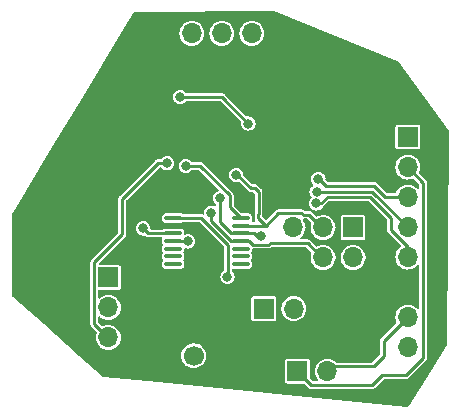
<source format=gbr>
%TF.GenerationSoftware,KiCad,Pcbnew,(6.0.7-1)-1*%
%TF.CreationDate,2023-01-06T18:56:56-05:00*%
%TF.ProjectId,atmega328,61746d65-6761-4333-9238-2e6b69636164,rev?*%
%TF.SameCoordinates,Original*%
%TF.FileFunction,Copper,L2,Bot*%
%TF.FilePolarity,Positive*%
%FSLAX46Y46*%
G04 Gerber Fmt 4.6, Leading zero omitted, Abs format (unit mm)*
G04 Created by KiCad (PCBNEW (6.0.7-1)-1) date 2023-01-06 18:56:56*
%MOMM*%
%LPD*%
G01*
G04 APERTURE LIST*
G04 Aperture macros list*
%AMRoundRect*
0 Rectangle with rounded corners*
0 $1 Rounding radius*
0 $2 $3 $4 $5 $6 $7 $8 $9 X,Y pos of 4 corners*
0 Add a 4 corners polygon primitive as box body*
4,1,4,$2,$3,$4,$5,$6,$7,$8,$9,$2,$3,0*
0 Add four circle primitives for the rounded corners*
1,1,$1+$1,$2,$3*
1,1,$1+$1,$4,$5*
1,1,$1+$1,$6,$7*
1,1,$1+$1,$8,$9*
0 Add four rect primitives between the rounded corners*
20,1,$1+$1,$2,$3,$4,$5,0*
20,1,$1+$1,$4,$5,$6,$7,0*
20,1,$1+$1,$6,$7,$8,$9,0*
20,1,$1+$1,$8,$9,$2,$3,0*%
G04 Aperture macros list end*
%TA.AperFunction,SMDPad,CuDef*%
%ADD10RoundRect,0.100000X0.637500X0.100000X-0.637500X0.100000X-0.637500X-0.100000X0.637500X-0.100000X0*%
%TD*%
%TA.AperFunction,ComponentPad*%
%ADD11R,1.700000X1.700000*%
%TD*%
%TA.AperFunction,ComponentPad*%
%ADD12O,1.700000X1.700000*%
%TD*%
%TA.AperFunction,ComponentPad*%
%ADD13C,1.700000*%
%TD*%
%TA.AperFunction,ViaPad*%
%ADD14C,0.800000*%
%TD*%
%TA.AperFunction,Conductor*%
%ADD15C,0.250000*%
%TD*%
G04 APERTURE END LIST*
D10*
%TO.P,U2,1,~{CSn}*%
%TO.N,CS*%
X147725000Y-102625000D03*
%TO.P,U2,2,CLK*%
%TO.N,SCK*%
X147725000Y-103275000D03*
%TO.P,U2,3,MISO*%
%TO.N,MISO*%
X147725000Y-103925000D03*
%TO.P,U2,4,MOSI*%
%TO.N,MOSI*%
X147725000Y-104575000D03*
%TO.P,U2,5,TEST*%
%TO.N,unconnected-(U2-Pad5)*%
X147725000Y-105225000D03*
%TO.P,U2,6,TEST*%
%TO.N,unconnected-(U2-Pad6)*%
X147725000Y-105875000D03*
%TO.P,U2,7,TEST*%
%TO.N,unconnected-(U2-Pad7)*%
X147725000Y-106525000D03*
%TO.P,U2,8,TEST*%
%TO.N,unconnected-(U2-Pad8)*%
X142000000Y-106525000D03*
%TO.P,U2,9,TEST*%
%TO.N,unconnected-(U2-Pad9)*%
X142000000Y-105875000D03*
%TO.P,U2,10,TEST*%
%TO.N,unconnected-(U2-Pad10)*%
X142000000Y-105225000D03*
%TO.P,U2,11,VDD5V*%
%TO.N,+5V*%
X142000000Y-104575000D03*
%TO.P,U2,12,VDD3V*%
%TO.N,+3V3*%
X142000000Y-103925000D03*
%TO.P,U2,13,GND*%
%TO.N,GND*%
X142000000Y-103275000D03*
%TO.P,U2,14,PWM*%
%TO.N,PWM*%
X142000000Y-102625000D03*
%TD*%
D11*
%TO.P,J3,1,Pin_1*%
%TO.N,TRM1*%
X152525000Y-115600000D03*
D12*
%TO.P,J3,2,Pin_2*%
%TO.N,TRM2*%
X155065000Y-115600000D03*
%TD*%
%TO.P,J6,2,Pin_2*%
%TO.N,ISP_5V*%
X152215000Y-110300000D03*
D11*
%TO.P,J6,1,Pin_1*%
%TO.N,+5V*%
X149675000Y-110300000D03*
%TD*%
D13*
%TO.P,J2,1,Pin_1*%
%TO.N,+5V*%
X143730000Y-114300000D03*
D12*
%TO.P,J2,2,Pin_2*%
%TO.N,GND*%
X146270000Y-114300000D03*
%TD*%
D11*
%TO.P,J1,1,Pin_1*%
%TO.N,GND*%
X141050000Y-87000000D03*
D12*
%TO.P,J1,2,Pin_2*%
%TO.N,TX*%
X143590000Y-87000000D03*
%TO.P,J1,3,Pin_3*%
%TO.N,RX*%
X146130000Y-87000000D03*
%TO.P,J1,4,Pin_4*%
%TO.N,+5V*%
X148670000Y-87000000D03*
%TD*%
D11*
%TO.P,J5,1,Pin_1*%
%TO.N,Vcc*%
X161867860Y-95778570D03*
D12*
%TO.P,J5,2,Pin_2*%
%TO.N,TRM1*%
X161867860Y-98318570D03*
%TO.P,J5,3,Pin_3*%
%TO.N,U*%
X161867860Y-100858570D03*
%TO.P,J5,4,Pin_4*%
%TO.N,V*%
X161867860Y-103398570D03*
%TO.P,J5,5,Pin_5*%
%TO.N,W*%
X161867860Y-105938570D03*
%TO.P,J5,6,Pin_6*%
%TO.N,GND*%
X161867860Y-108478570D03*
%TO.P,J5,7,Pin_7*%
%TO.N,TRM2*%
X161867860Y-111018570D03*
%TO.P,J5,8,Pin_8*%
%TO.N,PWM*%
X161867860Y-113558570D03*
%TD*%
D11*
%TO.P,ISP1,1,Pin_1*%
%TO.N,MISO*%
X157235800Y-103434000D03*
D12*
%TO.P,ISP1,2,Pin_2*%
%TO.N,ISP_5V*%
X157235800Y-105974000D03*
%TO.P,ISP1,3,Pin_3*%
%TO.N,SCK*%
X154695800Y-103434000D03*
%TO.P,ISP1,4,Pin_4*%
%TO.N,MOSI*%
X154695800Y-105974000D03*
%TO.P,ISP1,5,Pin_5*%
%TO.N,RESET*%
X152155800Y-103434000D03*
%TO.P,ISP1,6,Pin_6*%
%TO.N,GND*%
X152155800Y-105974000D03*
%TD*%
D11*
%TO.P,J4,1,Pin_1*%
%TO.N,PD5*%
X136524400Y-107660000D03*
D12*
%TO.P,J4,2,Pin_2*%
%TO.N,PD6*%
X136524400Y-110200000D03*
%TO.P,J4,3,Pin_3*%
%TO.N,PD7*%
X136524400Y-112740000D03*
%TD*%
D14*
%TO.N,U*%
X154299500Y-99325000D03*
%TO.N,V*%
X154150620Y-100400826D03*
%TO.N,W*%
X154125000Y-101400000D03*
%TO.N,CS*%
X143075000Y-98225000D03*
%TO.N,GND*%
X161500000Y-117100000D03*
%TO.N,PWM*%
X146600000Y-107600000D03*
%TO.N,GND*%
X140200000Y-106600000D03*
X132300000Y-101100000D03*
X139800000Y-95700000D03*
X134800000Y-94900000D03*
X145540000Y-94930000D03*
X161440000Y-92660000D03*
X133800000Y-106700000D03*
X139800000Y-94100000D03*
X140400000Y-101600000D03*
X132375000Y-97325000D03*
X148590000Y-99090000D03*
X134900000Y-96500000D03*
X159830000Y-96120000D03*
%TO.N,+5V*%
X143240000Y-104610000D03*
%TO.N,+3V3*%
X139460000Y-103510000D03*
%TO.N,MISO*%
X149480000Y-104160500D03*
X145980000Y-100940000D03*
%TO.N,SCK*%
X147350000Y-98970000D03*
%TO.N,MOSI*%
X145240000Y-102170000D03*
%TO.N,RESET*%
X148370000Y-94630000D03*
X142610000Y-92390000D03*
%TO.N,PD7*%
X141500000Y-98000000D03*
%TD*%
D15*
%TO.N,W*%
X161867860Y-105067860D02*
X160441447Y-103641447D01*
X160441447Y-103641447D02*
X160441447Y-102608553D01*
X160441447Y-102608553D02*
X158683720Y-100850826D01*
X155000000Y-100850826D02*
X155000000Y-100900000D01*
X158683720Y-100850826D02*
X155000000Y-100850826D01*
X161867860Y-105938570D02*
X161867860Y-105067860D01*
X155000000Y-100900000D02*
X154500000Y-101400000D01*
X154500000Y-101400000D02*
X154125000Y-101400000D01*
%TO.N,U*%
X154350000Y-99325000D02*
X154925000Y-99900000D01*
X154299500Y-99325000D02*
X154350000Y-99325000D01*
X154925000Y-99900000D02*
X159005686Y-99900000D01*
X159005686Y-99900000D02*
X159964256Y-100858570D01*
X159964256Y-100858570D02*
X161867860Y-100858570D01*
%TO.N,V*%
X154150620Y-100400826D02*
X158870116Y-100400826D01*
X158870116Y-100400826D02*
X161867860Y-103398570D01*
%TO.N,TRM1*%
X152525000Y-115600000D02*
X153700000Y-116775000D01*
X158850000Y-116775000D02*
X159675000Y-115950000D01*
X159675000Y-115950000D02*
X161678571Y-115950000D01*
X161678571Y-115950000D02*
X163175000Y-114453571D01*
X153700000Y-116775000D02*
X158850000Y-116775000D01*
X163175000Y-114453571D02*
X163175000Y-99625710D01*
X163175000Y-99625710D02*
X161867860Y-98318570D01*
%TO.N,TRM2*%
X161867860Y-111018570D02*
X159850000Y-113036430D01*
X159850000Y-113036430D02*
X159850000Y-114325000D01*
X159850000Y-114325000D02*
X158975000Y-115200000D01*
X155465000Y-115200000D02*
X155065000Y-115600000D01*
X158975000Y-115200000D02*
X155465000Y-115200000D01*
%TO.N,SCK*%
X149850000Y-103275000D02*
X149225000Y-102650000D01*
X149230000Y-102295000D02*
X149230000Y-100410000D01*
X149863560Y-103275000D02*
X149850000Y-103275000D01*
X149225000Y-102650000D02*
X149225000Y-102300000D01*
X149225000Y-102300000D02*
X149230000Y-102295000D01*
X147725000Y-103275000D02*
X149863560Y-103275000D01*
X149863560Y-103275000D02*
X150913560Y-102225000D01*
X154690000Y-103520000D02*
X153514280Y-102344280D01*
X153514280Y-102344280D02*
X152994280Y-102344280D01*
X152994280Y-102344280D02*
X152875000Y-102225000D01*
X152875000Y-102225000D02*
X150913560Y-102225000D01*
%TO.N,MOSI*%
X153405000Y-104775000D02*
X150200000Y-104775000D01*
X153405000Y-104775000D02*
X154690000Y-106060000D01*
X150089500Y-104885500D02*
X148724041Y-104885500D01*
X150200000Y-104775000D02*
X150089500Y-104885500D01*
X148724041Y-104885500D02*
X148413541Y-104575000D01*
X147725000Y-104575000D02*
X148413541Y-104575000D01*
%TO.N,CS*%
X147725000Y-102625000D02*
X146800000Y-101700000D01*
X144300000Y-98225000D02*
X143075000Y-98225000D01*
X146800000Y-101700000D02*
X146800000Y-100725000D01*
X146800000Y-100725000D02*
X144300000Y-98225000D01*
%TO.N,+5V*%
X143210000Y-104580000D02*
X143240000Y-104610000D01*
X141987500Y-104580000D02*
X143210000Y-104580000D01*
%TO.N,+3V3*%
X139880000Y-103930000D02*
X139460000Y-103510000D01*
X141987500Y-103930000D02*
X139880000Y-103930000D01*
%TO.N,MISO*%
X149480000Y-104160500D02*
X149060500Y-104160500D01*
X147712500Y-103930000D02*
X146920000Y-103930000D01*
X145980000Y-102990000D02*
X145980000Y-100940000D01*
X149060500Y-104160500D02*
X148825000Y-103925000D01*
X148825000Y-103925000D02*
X147725000Y-103925000D01*
X146920000Y-103930000D02*
X145980000Y-102990000D01*
%TO.N,SCK*%
X147444700Y-98970000D02*
X147350000Y-98970000D01*
X149230000Y-100410000D02*
X148900000Y-100080000D01*
X148554700Y-100080000D02*
X147444700Y-98970000D01*
X148900000Y-100080000D02*
X148554700Y-100080000D01*
%TO.N,MOSI*%
X146933600Y-104580000D02*
X145240000Y-102886400D01*
X147712500Y-104580000D02*
X146933600Y-104580000D01*
X145240000Y-102886400D02*
X145240000Y-102170000D01*
%TO.N,RESET*%
X148370000Y-94630000D02*
X146140000Y-92400000D01*
X146140000Y-92400000D02*
X142620000Y-92400000D01*
X142620000Y-92400000D02*
X142610000Y-92390000D01*
%TO.N,PD7*%
X137700000Y-101000000D02*
X140700000Y-98000000D01*
X137700000Y-104000000D02*
X137700000Y-101000000D01*
X140700000Y-98000000D02*
X141500000Y-98000000D01*
X135325000Y-111605000D02*
X135325000Y-106375000D01*
X135325000Y-106375000D02*
X137700000Y-104000000D01*
X136500000Y-112780000D02*
X135325000Y-111605000D01*
%TO.N,PWM*%
X142000000Y-102625000D02*
X144342204Y-102625000D01*
X146650000Y-104932796D02*
X146650000Y-107600000D01*
X144342204Y-102625000D02*
X146650000Y-104932796D01*
%TD*%
%TA.AperFunction,Conductor*%
%TO.N,GND*%
G36*
X150518168Y-85107413D02*
G01*
X160996338Y-89338981D01*
X161038990Y-89372084D01*
X165380459Y-95269071D01*
X165399730Y-95328794D01*
X165213065Y-113262675D01*
X165212483Y-113318599D01*
X165197233Y-113370368D01*
X163813416Y-115565194D01*
X161932548Y-118548376D01*
X161885519Y-118587516D01*
X161839255Y-118594114D01*
X139915135Y-116469748D01*
X151474500Y-116469748D01*
X151486133Y-116528231D01*
X151530448Y-116594552D01*
X151596769Y-116638867D01*
X151606332Y-116640769D01*
X151606334Y-116640770D01*
X151629005Y-116645279D01*
X151655252Y-116650500D01*
X153074166Y-116650500D01*
X153132357Y-116669407D01*
X153144170Y-116679496D01*
X153456731Y-116992057D01*
X153462565Y-116998424D01*
X153487545Y-117028194D01*
X153521205Y-117047627D01*
X153528489Y-117052268D01*
X153560316Y-117074554D01*
X153568684Y-117076796D01*
X153573971Y-117079262D01*
X153579456Y-117081258D01*
X153586955Y-117085588D01*
X153595481Y-117087091D01*
X153595483Y-117087092D01*
X153625216Y-117092334D01*
X153633650Y-117094204D01*
X153671193Y-117104264D01*
X153679822Y-117103509D01*
X153709905Y-117100877D01*
X153718534Y-117100500D01*
X158831466Y-117100500D01*
X158840095Y-117100877D01*
X158878807Y-117104264D01*
X158916350Y-117094204D01*
X158924784Y-117092334D01*
X158954517Y-117087092D01*
X158954519Y-117087091D01*
X158963045Y-117085588D01*
X158970544Y-117081258D01*
X158976029Y-117079262D01*
X158981316Y-117076796D01*
X158989684Y-117074554D01*
X159021511Y-117052268D01*
X159028795Y-117047627D01*
X159062455Y-117028194D01*
X159087430Y-116998430D01*
X159093264Y-116992062D01*
X159780831Y-116304496D01*
X159835348Y-116276719D01*
X159850835Y-116275500D01*
X161660037Y-116275500D01*
X161668666Y-116275877D01*
X161707378Y-116279264D01*
X161716876Y-116276719D01*
X161744920Y-116269204D01*
X161753355Y-116267334D01*
X161783088Y-116262092D01*
X161783090Y-116262091D01*
X161791616Y-116260588D01*
X161799115Y-116256258D01*
X161804600Y-116254262D01*
X161809887Y-116251796D01*
X161818255Y-116249554D01*
X161850082Y-116227268D01*
X161857366Y-116222627D01*
X161863354Y-116219170D01*
X161891026Y-116203194D01*
X161916002Y-116173429D01*
X161921836Y-116167061D01*
X163392069Y-114696829D01*
X163398424Y-114691006D01*
X163428194Y-114666026D01*
X163447636Y-114632352D01*
X163452261Y-114625093D01*
X163453363Y-114623520D01*
X163474554Y-114593255D01*
X163476795Y-114584893D01*
X163479258Y-114579611D01*
X163481257Y-114574117D01*
X163485588Y-114566616D01*
X163492337Y-114528342D01*
X163494206Y-114519915D01*
X163502022Y-114490744D01*
X163502022Y-114490741D01*
X163504263Y-114482378D01*
X163500877Y-114443674D01*
X163500500Y-114435046D01*
X163500500Y-99644236D01*
X163500877Y-99635608D01*
X163503508Y-99605530D01*
X163504263Y-99596903D01*
X163502022Y-99588540D01*
X163502022Y-99588537D01*
X163494206Y-99559366D01*
X163492337Y-99550938D01*
X163487092Y-99521195D01*
X163485588Y-99512665D01*
X163481257Y-99505162D01*
X163479258Y-99499671D01*
X163476796Y-99494391D01*
X163474554Y-99486026D01*
X163452268Y-99454199D01*
X163447627Y-99446915D01*
X163432523Y-99420754D01*
X163428194Y-99413255D01*
X163398429Y-99388279D01*
X163392061Y-99382445D01*
X162856783Y-98847167D01*
X162829006Y-98792650D01*
X162832848Y-98745914D01*
X162832958Y-98745585D01*
X162889953Y-98574251D01*
X162895684Y-98557024D01*
X162895684Y-98557022D01*
X162897211Y-98552433D01*
X162900422Y-98527019D01*
X162918771Y-98381762D01*
X162923031Y-98348044D01*
X162923443Y-98318570D01*
X162921313Y-98296846D01*
X162903812Y-98118350D01*
X162903811Y-98118346D01*
X162903340Y-98113540D01*
X162889663Y-98068238D01*
X162847368Y-97928154D01*
X162843795Y-97916319D01*
X162747078Y-97734419D01*
X162616871Y-97574770D01*
X162600650Y-97561351D01*
X162461862Y-97446535D01*
X162461860Y-97446534D01*
X162458135Y-97443452D01*
X162276915Y-97345467D01*
X162213715Y-97325903D01*
X162084735Y-97285977D01*
X162084731Y-97285976D01*
X162080114Y-97284547D01*
X162075306Y-97284042D01*
X162075303Y-97284041D01*
X161880045Y-97263519D01*
X161880043Y-97263519D01*
X161875229Y-97263013D01*
X161815214Y-97268475D01*
X161674882Y-97281245D01*
X161674877Y-97281246D01*
X161670063Y-97281684D01*
X161472432Y-97339850D01*
X161468148Y-97342089D01*
X161468147Y-97342090D01*
X161457288Y-97347767D01*
X161289862Y-97435296D01*
X161286091Y-97438328D01*
X161133080Y-97561351D01*
X161133077Y-97561353D01*
X161129307Y-97564385D01*
X161126193Y-97568096D01*
X161126192Y-97568097D01*
X161012866Y-97703154D01*
X160996884Y-97722200D01*
X160994549Y-97726448D01*
X160994548Y-97726449D01*
X160987815Y-97738696D01*
X160897636Y-97902732D01*
X160896173Y-97907345D01*
X160896171Y-97907349D01*
X160873620Y-97978440D01*
X160835344Y-98099102D01*
X160834804Y-98103914D01*
X160834804Y-98103915D01*
X160813164Y-98296846D01*
X160812380Y-98303832D01*
X160817452Y-98364233D01*
X160823163Y-98432236D01*
X160829619Y-98509123D01*
X160830952Y-98513771D01*
X160830952Y-98513772D01*
X160873459Y-98662010D01*
X160886404Y-98707156D01*
X160980572Y-98890388D01*
X161108537Y-99051840D01*
X161265424Y-99185361D01*
X161269647Y-99187721D01*
X161269651Y-99187724D01*
X161386562Y-99253063D01*
X161445258Y-99285867D01*
X161449856Y-99287361D01*
X161636584Y-99348033D01*
X161636586Y-99348034D01*
X161641189Y-99349529D01*
X161845754Y-99373921D01*
X161850576Y-99373550D01*
X161850579Y-99373550D01*
X161918401Y-99368331D01*
X162051160Y-99358116D01*
X162249585Y-99302715D01*
X162280024Y-99287339D01*
X162340489Y-99277978D01*
X162394665Y-99305701D01*
X162820504Y-99731540D01*
X162848281Y-99786057D01*
X162849500Y-99801544D01*
X162849500Y-100121977D01*
X162830593Y-100180168D01*
X162781093Y-100216132D01*
X162719907Y-100216132D01*
X162673781Y-100184548D01*
X162619931Y-100118522D01*
X162616871Y-100114770D01*
X162600650Y-100101351D01*
X162461862Y-99986535D01*
X162461860Y-99986534D01*
X162458135Y-99983452D01*
X162276915Y-99885467D01*
X162194279Y-99859887D01*
X162084735Y-99825977D01*
X162084731Y-99825976D01*
X162080114Y-99824547D01*
X162075306Y-99824042D01*
X162075303Y-99824041D01*
X161880045Y-99803519D01*
X161880043Y-99803519D01*
X161875229Y-99803013D01*
X161815214Y-99808475D01*
X161674882Y-99821245D01*
X161674877Y-99821246D01*
X161670063Y-99821684D01*
X161472432Y-99879850D01*
X161468148Y-99882089D01*
X161468147Y-99882090D01*
X161457288Y-99887767D01*
X161289862Y-99975296D01*
X161286091Y-99978328D01*
X161133080Y-100101351D01*
X161133077Y-100101353D01*
X161129307Y-100104385D01*
X161126193Y-100108096D01*
X161126192Y-100108097D01*
X161006702Y-100250500D01*
X160996884Y-100262200D01*
X160994549Y-100266448D01*
X160994548Y-100266449D01*
X160984914Y-100283973D01*
X160897636Y-100442732D01*
X160896173Y-100447344D01*
X160896170Y-100447351D01*
X160890888Y-100464004D01*
X160855271Y-100513754D01*
X160796522Y-100533070D01*
X160140090Y-100533070D01*
X160081899Y-100514163D01*
X160070086Y-100504074D01*
X159248955Y-99682943D01*
X159243120Y-99676575D01*
X159218141Y-99646806D01*
X159184478Y-99627371D01*
X159177197Y-99622732D01*
X159174742Y-99621013D01*
X159145370Y-99600446D01*
X159137002Y-99598204D01*
X159131715Y-99595738D01*
X159126230Y-99593742D01*
X159118731Y-99589412D01*
X159110205Y-99587909D01*
X159110203Y-99587908D01*
X159080470Y-99582666D01*
X159072035Y-99580796D01*
X159042860Y-99572978D01*
X159034493Y-99570736D01*
X159025864Y-99571491D01*
X158995781Y-99574123D01*
X158987152Y-99574500D01*
X155100834Y-99574500D01*
X155042643Y-99555593D01*
X155030830Y-99545504D01*
X154928668Y-99443342D01*
X154900891Y-99388825D01*
X154900519Y-99360419D01*
X154905182Y-99325000D01*
X154884544Y-99168238D01*
X154824036Y-99022159D01*
X154727782Y-98896718D01*
X154602341Y-98800464D01*
X154456262Y-98739956D01*
X154299500Y-98719318D01*
X154142738Y-98739956D01*
X153996659Y-98800464D01*
X153871218Y-98896718D01*
X153774964Y-99022159D01*
X153714456Y-99168238D01*
X153693818Y-99325000D01*
X153714456Y-99481762D01*
X153774964Y-99627841D01*
X153778915Y-99632990D01*
X153861673Y-99740843D01*
X153882097Y-99798519D01*
X153864719Y-99857184D01*
X153843399Y-99879651D01*
X153722338Y-99972544D01*
X153626084Y-100097985D01*
X153565576Y-100244064D01*
X153544938Y-100400826D01*
X153565576Y-100557588D01*
X153626084Y-100703667D01*
X153719145Y-100824946D01*
X153721452Y-100827953D01*
X153741876Y-100885628D01*
X153724498Y-100944294D01*
X153703177Y-100966762D01*
X153696718Y-100971718D01*
X153600464Y-101097159D01*
X153539956Y-101243238D01*
X153519318Y-101400000D01*
X153539956Y-101556762D01*
X153600464Y-101702841D01*
X153696718Y-101828282D01*
X153755197Y-101873154D01*
X153770339Y-101884773D01*
X153796017Y-101922134D01*
X153800369Y-101921049D01*
X153831352Y-101928344D01*
X153936279Y-101971806D01*
X153968238Y-101985044D01*
X154125000Y-102005682D01*
X154281762Y-101985044D01*
X154427841Y-101924536D01*
X154553282Y-101828282D01*
X154649536Y-101702841D01*
X154649901Y-101703121D01*
X154682578Y-101670443D01*
X154712455Y-101653194D01*
X154737431Y-101623429D01*
X154743265Y-101617061D01*
X155155004Y-101205322D01*
X155209521Y-101177545D01*
X155225008Y-101176326D01*
X158507886Y-101176326D01*
X158566077Y-101195233D01*
X158577890Y-101205322D01*
X160086951Y-102714384D01*
X160114728Y-102768901D01*
X160115947Y-102784388D01*
X160115947Y-103622913D01*
X160115570Y-103631542D01*
X160112183Y-103670254D01*
X160114425Y-103678621D01*
X160122243Y-103707796D01*
X160124113Y-103716230D01*
X160130859Y-103754492D01*
X160135189Y-103761991D01*
X160137185Y-103767476D01*
X160139651Y-103772763D01*
X160141893Y-103781131D01*
X160159899Y-103806846D01*
X160164179Y-103812958D01*
X160168818Y-103820239D01*
X160188253Y-103853902D01*
X160204518Y-103867550D01*
X160218018Y-103878878D01*
X160224386Y-103884712D01*
X161270104Y-104930430D01*
X161297881Y-104984947D01*
X161288310Y-105045379D01*
X161262134Y-105077588D01*
X161133086Y-105181345D01*
X161133077Y-105181354D01*
X161129307Y-105184385D01*
X161126193Y-105188096D01*
X161126192Y-105188097D01*
X161046519Y-105283048D01*
X160996884Y-105342200D01*
X160994549Y-105346448D01*
X160994548Y-105346449D01*
X160983406Y-105366716D01*
X160897636Y-105522732D01*
X160896173Y-105527345D01*
X160896171Y-105527349D01*
X160886859Y-105556704D01*
X160835344Y-105719102D01*
X160834804Y-105723914D01*
X160834804Y-105723915D01*
X160817993Y-105873795D01*
X160812380Y-105923832D01*
X160829619Y-106129123D01*
X160830952Y-106133771D01*
X160830952Y-106133772D01*
X160881098Y-106308651D01*
X160886404Y-106327156D01*
X160980572Y-106510388D01*
X161108537Y-106671840D01*
X161112217Y-106674972D01*
X161112219Y-106674974D01*
X161169425Y-106723660D01*
X161265424Y-106805361D01*
X161269647Y-106807721D01*
X161269651Y-106807724D01*
X161328818Y-106840791D01*
X161445258Y-106905867D01*
X161449856Y-106907361D01*
X161636584Y-106968033D01*
X161636586Y-106968034D01*
X161641189Y-106969529D01*
X161845754Y-106993921D01*
X161850576Y-106993550D01*
X161850579Y-106993550D01*
X161918401Y-106988331D01*
X162051160Y-106978116D01*
X162249585Y-106922715D01*
X162253898Y-106920536D01*
X162253904Y-106920534D01*
X162429149Y-106832011D01*
X162429151Y-106832010D01*
X162433470Y-106829828D01*
X162464787Y-106805361D01*
X162591995Y-106705976D01*
X162591999Y-106705972D01*
X162595811Y-106702994D01*
X162608812Y-106687933D01*
X162675557Y-106610607D01*
X162727893Y-106578911D01*
X162788864Y-106584030D01*
X162835181Y-106624010D01*
X162849500Y-106675295D01*
X162849500Y-110281977D01*
X162830593Y-110340168D01*
X162781093Y-110376132D01*
X162719907Y-110376132D01*
X162673781Y-110344548D01*
X162619931Y-110278522D01*
X162616871Y-110274770D01*
X162558763Y-110226699D01*
X162461862Y-110146535D01*
X162461860Y-110146534D01*
X162458135Y-110143452D01*
X162276915Y-110045467D01*
X162213715Y-110025903D01*
X162084735Y-109985977D01*
X162084731Y-109985976D01*
X162080114Y-109984547D01*
X162075306Y-109984042D01*
X162075303Y-109984041D01*
X161880045Y-109963519D01*
X161880043Y-109963519D01*
X161875229Y-109963013D01*
X161815214Y-109968475D01*
X161674882Y-109981245D01*
X161674877Y-109981246D01*
X161670063Y-109981684D01*
X161472432Y-110039850D01*
X161468148Y-110042089D01*
X161468147Y-110042090D01*
X161457288Y-110047767D01*
X161289862Y-110135296D01*
X161286091Y-110138328D01*
X161133080Y-110261351D01*
X161133077Y-110261353D01*
X161129307Y-110264385D01*
X161126193Y-110268096D01*
X161126192Y-110268097D01*
X161072380Y-110332228D01*
X160996884Y-110422200D01*
X160994549Y-110426448D01*
X160994548Y-110426449D01*
X160987948Y-110438454D01*
X160897636Y-110602732D01*
X160896173Y-110607345D01*
X160896171Y-110607349D01*
X160869034Y-110692896D01*
X160835344Y-110799102D01*
X160834804Y-110803914D01*
X160834804Y-110803915D01*
X160815657Y-110974621D01*
X160812380Y-111003832D01*
X160812785Y-111008652D01*
X160827631Y-111185446D01*
X160829619Y-111209123D01*
X160886404Y-111407156D01*
X160888618Y-111411464D01*
X160898400Y-111430498D01*
X160908181Y-111490897D01*
X160880351Y-111545753D01*
X159632943Y-112793161D01*
X159626576Y-112798995D01*
X159596806Y-112823975D01*
X159592477Y-112831474D01*
X159577373Y-112857635D01*
X159572732Y-112864919D01*
X159550446Y-112896746D01*
X159548204Y-112905114D01*
X159545738Y-112910401D01*
X159543742Y-112915886D01*
X159539412Y-112923385D01*
X159537909Y-112931911D01*
X159537908Y-112931913D01*
X159532666Y-112961646D01*
X159530796Y-112970080D01*
X159520736Y-113007623D01*
X159521491Y-113016252D01*
X159524123Y-113046335D01*
X159524500Y-113054964D01*
X159524500Y-114149166D01*
X159505593Y-114207357D01*
X159495504Y-114219170D01*
X158869170Y-114845504D01*
X158814653Y-114873281D01*
X158799166Y-114874500D01*
X155871774Y-114874500D01*
X155813583Y-114855593D01*
X155808669Y-114851781D01*
X155805945Y-114849527D01*
X155655275Y-114724882D01*
X155474055Y-114626897D01*
X155388292Y-114600349D01*
X155281875Y-114567407D01*
X155281871Y-114567406D01*
X155277254Y-114565977D01*
X155272446Y-114565472D01*
X155272443Y-114565471D01*
X155077185Y-114544949D01*
X155077183Y-114544949D01*
X155072369Y-114544443D01*
X155016800Y-114549500D01*
X154872022Y-114562675D01*
X154872017Y-114562676D01*
X154867203Y-114563114D01*
X154669572Y-114621280D01*
X154665288Y-114623519D01*
X154665287Y-114623520D01*
X154598329Y-114658525D01*
X154487002Y-114716726D01*
X154483231Y-114719758D01*
X154330220Y-114842781D01*
X154330217Y-114842783D01*
X154326447Y-114845815D01*
X154323333Y-114849526D01*
X154323332Y-114849527D01*
X154277406Y-114904260D01*
X154194024Y-115003630D01*
X154094776Y-115184162D01*
X154093313Y-115188775D01*
X154093311Y-115188779D01*
X154062647Y-115285446D01*
X154032484Y-115380532D01*
X154031944Y-115385344D01*
X154031944Y-115385345D01*
X154016053Y-115527022D01*
X154009520Y-115585262D01*
X154013941Y-115637908D01*
X154023970Y-115757335D01*
X154026759Y-115790553D01*
X154083544Y-115988586D01*
X154177712Y-116171818D01*
X154262873Y-116279264D01*
X154270594Y-116289006D01*
X154291921Y-116346354D01*
X154275467Y-116405286D01*
X154227517Y-116443291D01*
X154193008Y-116449500D01*
X153875834Y-116449500D01*
X153817643Y-116430593D01*
X153805830Y-116420504D01*
X153604496Y-116219170D01*
X153576719Y-116164653D01*
X153575500Y-116149166D01*
X153575500Y-114730252D01*
X153568245Y-114693780D01*
X153565770Y-114681334D01*
X153565769Y-114681332D01*
X153563867Y-114671769D01*
X153519552Y-114605448D01*
X153453231Y-114561133D01*
X153443668Y-114559231D01*
X153443666Y-114559230D01*
X153420995Y-114554721D01*
X153394748Y-114549500D01*
X151655252Y-114549500D01*
X151629005Y-114554721D01*
X151606334Y-114559230D01*
X151606332Y-114559231D01*
X151596769Y-114561133D01*
X151530448Y-114605448D01*
X151486133Y-114671769D01*
X151484231Y-114681332D01*
X151484230Y-114681334D01*
X151481755Y-114693780D01*
X151474500Y-114730252D01*
X151474500Y-116469748D01*
X139915135Y-116469748D01*
X136131936Y-116103170D01*
X136075952Y-116078838D01*
X134044991Y-114285262D01*
X142674520Y-114285262D01*
X142678000Y-114326699D01*
X142691073Y-114482378D01*
X142691759Y-114490553D01*
X142693092Y-114495201D01*
X142693092Y-114495202D01*
X142746465Y-114681334D01*
X142748544Y-114688586D01*
X142842712Y-114871818D01*
X142970677Y-115033270D01*
X142974357Y-115036402D01*
X142974359Y-115036404D01*
X143087017Y-115132283D01*
X143127564Y-115166791D01*
X143131787Y-115169151D01*
X143131791Y-115169154D01*
X143171342Y-115191258D01*
X143307398Y-115267297D01*
X143311996Y-115268791D01*
X143498724Y-115329463D01*
X143498726Y-115329464D01*
X143503329Y-115330959D01*
X143707894Y-115355351D01*
X143712716Y-115354980D01*
X143712719Y-115354980D01*
X143780541Y-115349761D01*
X143913300Y-115339546D01*
X144111725Y-115284145D01*
X144116038Y-115281966D01*
X144116044Y-115281964D01*
X144291289Y-115193441D01*
X144291291Y-115193440D01*
X144295610Y-115191258D01*
X144304693Y-115184162D01*
X144454135Y-115067406D01*
X144454139Y-115067402D01*
X144457951Y-115064424D01*
X144592564Y-114908472D01*
X144611863Y-114874500D01*
X144691934Y-114733550D01*
X144691935Y-114733547D01*
X144694323Y-114729344D01*
X144698521Y-114716726D01*
X144757824Y-114538454D01*
X144757824Y-114538452D01*
X144759351Y-114533863D01*
X144760049Y-114528343D01*
X144784823Y-114332228D01*
X144785171Y-114329474D01*
X144785583Y-114300000D01*
X144777658Y-114219170D01*
X144765952Y-114099780D01*
X144765951Y-114099776D01*
X144765480Y-114094970D01*
X144705935Y-113897749D01*
X144609218Y-113715849D01*
X144479011Y-113556200D01*
X144416425Y-113504424D01*
X144324002Y-113427965D01*
X144324000Y-113427964D01*
X144320275Y-113424882D01*
X144161628Y-113339102D01*
X144143309Y-113329197D01*
X144143308Y-113329197D01*
X144139055Y-113326897D01*
X144075855Y-113307333D01*
X143946875Y-113267407D01*
X143946871Y-113267406D01*
X143942254Y-113265977D01*
X143937446Y-113265472D01*
X143937443Y-113265471D01*
X143742185Y-113244949D01*
X143742183Y-113244949D01*
X143737369Y-113244443D01*
X143677354Y-113249905D01*
X143537022Y-113262675D01*
X143537017Y-113262676D01*
X143532203Y-113263114D01*
X143334572Y-113321280D01*
X143330288Y-113323519D01*
X143330287Y-113323520D01*
X143262528Y-113358944D01*
X143152002Y-113416726D01*
X143148231Y-113419758D01*
X142995220Y-113542781D01*
X142995217Y-113542783D01*
X142991447Y-113545815D01*
X142988333Y-113549526D01*
X142988332Y-113549527D01*
X142919752Y-113631258D01*
X142859024Y-113703630D01*
X142856689Y-113707878D01*
X142856688Y-113707879D01*
X142849955Y-113720126D01*
X142759776Y-113884162D01*
X142697484Y-114080532D01*
X142696944Y-114085344D01*
X142696944Y-114085345D01*
X142689786Y-114149166D01*
X142674520Y-114285262D01*
X134044991Y-114285262D01*
X131042608Y-111633807D01*
X134995736Y-111633807D01*
X134997978Y-111642174D01*
X135005796Y-111671349D01*
X135007666Y-111679783D01*
X135014412Y-111718045D01*
X135018742Y-111725544D01*
X135020738Y-111731029D01*
X135023204Y-111736316D01*
X135025446Y-111744684D01*
X135040000Y-111765468D01*
X135047732Y-111776511D01*
X135052371Y-111783792D01*
X135071806Y-111817455D01*
X135081519Y-111825605D01*
X135101571Y-111842431D01*
X135107939Y-111848265D01*
X135518756Y-112259082D01*
X135546533Y-112313599D01*
X135543118Y-112359020D01*
X135491884Y-112520532D01*
X135491344Y-112525344D01*
X135491344Y-112525345D01*
X135473610Y-112683452D01*
X135468920Y-112725262D01*
X135469325Y-112730082D01*
X135484500Y-112910793D01*
X135486159Y-112930553D01*
X135487492Y-112935201D01*
X135487492Y-112935202D01*
X135520595Y-113050644D01*
X135542944Y-113128586D01*
X135637112Y-113311818D01*
X135765077Y-113473270D01*
X135768757Y-113476402D01*
X135768759Y-113476404D01*
X135842338Y-113539024D01*
X135921964Y-113606791D01*
X135926187Y-113609151D01*
X135926191Y-113609154D01*
X135965742Y-113631258D01*
X136101798Y-113707297D01*
X136106396Y-113708791D01*
X136293124Y-113769463D01*
X136293126Y-113769464D01*
X136297729Y-113770959D01*
X136502294Y-113795351D01*
X136507116Y-113794980D01*
X136507119Y-113794980D01*
X136574941Y-113789761D01*
X136707700Y-113779546D01*
X136906125Y-113724145D01*
X136910438Y-113721966D01*
X136910444Y-113721964D01*
X137085689Y-113633441D01*
X137085691Y-113633440D01*
X137090010Y-113631258D01*
X137125343Y-113603653D01*
X137248535Y-113507406D01*
X137248539Y-113507402D01*
X137252351Y-113504424D01*
X137386964Y-113348472D01*
X137397914Y-113329197D01*
X137486334Y-113173550D01*
X137486335Y-113173547D01*
X137488723Y-113169344D01*
X137498989Y-113138485D01*
X137552224Y-112978454D01*
X137552224Y-112978452D01*
X137553751Y-112973863D01*
X137554757Y-112965905D01*
X137579223Y-112772228D01*
X137579571Y-112769474D01*
X137579983Y-112740000D01*
X137565057Y-112587767D01*
X137560352Y-112539780D01*
X137560351Y-112539776D01*
X137559880Y-112534970D01*
X137556581Y-112524041D01*
X137501733Y-112342380D01*
X137500335Y-112337749D01*
X137403618Y-112155849D01*
X137273411Y-111996200D01*
X137269682Y-111993115D01*
X137118402Y-111867965D01*
X137118400Y-111867964D01*
X137114675Y-111864882D01*
X136963226Y-111782994D01*
X136937709Y-111769197D01*
X136937708Y-111769197D01*
X136933455Y-111766897D01*
X136861696Y-111744684D01*
X136741275Y-111707407D01*
X136741271Y-111707406D01*
X136736654Y-111705977D01*
X136731846Y-111705472D01*
X136731843Y-111705471D01*
X136536585Y-111684949D01*
X136536583Y-111684949D01*
X136531769Y-111684443D01*
X136471754Y-111689905D01*
X136331422Y-111702675D01*
X136331417Y-111702676D01*
X136326603Y-111703114D01*
X136128972Y-111761280D01*
X136124688Y-111763519D01*
X136124687Y-111763520D01*
X136070379Y-111791912D01*
X136010050Y-111802116D01*
X135954508Y-111774182D01*
X135679496Y-111499170D01*
X135651719Y-111444653D01*
X135650500Y-111429166D01*
X135650500Y-111050013D01*
X135669407Y-110991822D01*
X135718907Y-110955858D01*
X135780093Y-110955858D01*
X135813664Y-110974621D01*
X135918276Y-111063653D01*
X135918281Y-111063656D01*
X135921964Y-111066791D01*
X135926187Y-111069151D01*
X135926191Y-111069154D01*
X135965742Y-111091258D01*
X136101798Y-111167297D01*
X136106396Y-111168791D01*
X136293124Y-111229463D01*
X136293126Y-111229464D01*
X136297729Y-111230959D01*
X136502294Y-111255351D01*
X136507116Y-111254980D01*
X136507119Y-111254980D01*
X136574941Y-111249761D01*
X136707700Y-111239546D01*
X136906125Y-111184145D01*
X136910438Y-111181966D01*
X136910444Y-111181964D01*
X136934627Y-111169748D01*
X148624500Y-111169748D01*
X148628779Y-111191258D01*
X148631374Y-111204304D01*
X148636133Y-111228231D01*
X148680448Y-111294552D01*
X148746769Y-111338867D01*
X148756332Y-111340769D01*
X148756334Y-111340770D01*
X148779005Y-111345279D01*
X148805252Y-111350500D01*
X150544748Y-111350500D01*
X150570995Y-111345279D01*
X150593666Y-111340770D01*
X150593668Y-111340769D01*
X150603231Y-111338867D01*
X150669552Y-111294552D01*
X150713867Y-111228231D01*
X150718627Y-111204304D01*
X150721221Y-111191258D01*
X150725500Y-111169748D01*
X150725500Y-110285262D01*
X151159520Y-110285262D01*
X151166949Y-110373735D01*
X151171999Y-110433863D01*
X151176759Y-110490553D01*
X151178092Y-110495201D01*
X151178092Y-110495202D01*
X151217763Y-110633550D01*
X151233544Y-110688586D01*
X151327712Y-110871818D01*
X151455677Y-111033270D01*
X151459357Y-111036402D01*
X151459359Y-111036404D01*
X151520309Y-111088276D01*
X151612564Y-111166791D01*
X151616787Y-111169151D01*
X151616791Y-111169154D01*
X151656342Y-111191258D01*
X151792398Y-111267297D01*
X151796996Y-111268791D01*
X151983724Y-111329463D01*
X151983726Y-111329464D01*
X151988329Y-111330959D01*
X152192894Y-111355351D01*
X152197716Y-111354980D01*
X152197719Y-111354980D01*
X152268259Y-111349552D01*
X152398300Y-111339546D01*
X152596725Y-111284145D01*
X152601038Y-111281966D01*
X152601044Y-111281964D01*
X152776289Y-111193441D01*
X152776291Y-111193440D01*
X152780610Y-111191258D01*
X152905811Y-111093441D01*
X152939135Y-111067406D01*
X152939139Y-111067402D01*
X152942951Y-111064424D01*
X152955391Y-111050013D01*
X153056159Y-110933270D01*
X153077564Y-110908472D01*
X153096231Y-110875613D01*
X153176934Y-110733550D01*
X153176935Y-110733547D01*
X153179323Y-110729344D01*
X153192882Y-110688586D01*
X153242824Y-110538454D01*
X153242824Y-110538452D01*
X153244351Y-110533863D01*
X153270171Y-110329474D01*
X153270583Y-110300000D01*
X153263396Y-110226699D01*
X153250952Y-110099780D01*
X153250951Y-110099776D01*
X153250480Y-110094970D01*
X153236229Y-110047767D01*
X153210772Y-109963452D01*
X153190935Y-109897749D01*
X153094218Y-109715849D01*
X152964011Y-109556200D01*
X152947790Y-109542781D01*
X152809002Y-109427965D01*
X152809000Y-109427964D01*
X152805275Y-109424882D01*
X152663097Y-109348007D01*
X152628309Y-109329197D01*
X152628308Y-109329197D01*
X152624055Y-109326897D01*
X152554764Y-109305448D01*
X152431875Y-109267407D01*
X152431871Y-109267406D01*
X152427254Y-109265977D01*
X152422446Y-109265472D01*
X152422443Y-109265471D01*
X152227185Y-109244949D01*
X152227183Y-109244949D01*
X152222369Y-109244443D01*
X152166800Y-109249500D01*
X152022022Y-109262675D01*
X152022017Y-109262676D01*
X152017203Y-109263114D01*
X151819572Y-109321280D01*
X151815288Y-109323519D01*
X151815287Y-109323520D01*
X151806785Y-109327965D01*
X151637002Y-109416726D01*
X151633231Y-109419758D01*
X151480220Y-109542781D01*
X151480217Y-109542783D01*
X151476447Y-109545815D01*
X151473333Y-109549526D01*
X151473332Y-109549527D01*
X151464585Y-109559952D01*
X151344024Y-109703630D01*
X151341689Y-109707878D01*
X151341688Y-109707879D01*
X151334955Y-109720126D01*
X151244776Y-109884162D01*
X151243313Y-109888775D01*
X151243311Y-109888779D01*
X151212184Y-109986904D01*
X151182484Y-110080532D01*
X151181944Y-110085344D01*
X151181944Y-110085345D01*
X151161862Y-110264385D01*
X151159520Y-110285262D01*
X150725500Y-110285262D01*
X150725500Y-109430252D01*
X150720279Y-109404005D01*
X150715770Y-109381334D01*
X150715769Y-109381332D01*
X150713867Y-109371769D01*
X150669552Y-109305448D01*
X150603231Y-109261133D01*
X150593668Y-109259231D01*
X150593666Y-109259230D01*
X150570995Y-109254721D01*
X150544748Y-109249500D01*
X148805252Y-109249500D01*
X148779005Y-109254721D01*
X148756334Y-109259230D01*
X148756332Y-109259231D01*
X148746769Y-109261133D01*
X148680448Y-109305448D01*
X148636133Y-109371769D01*
X148634231Y-109381332D01*
X148634230Y-109381334D01*
X148629721Y-109404005D01*
X148624500Y-109430252D01*
X148624500Y-111169748D01*
X136934627Y-111169748D01*
X137085689Y-111093441D01*
X137085691Y-111093440D01*
X137090010Y-111091258D01*
X137118302Y-111069154D01*
X137248535Y-110967406D01*
X137248539Y-110967402D01*
X137252351Y-110964424D01*
X137386964Y-110808472D01*
X137434522Y-110724755D01*
X137486334Y-110633550D01*
X137486335Y-110633547D01*
X137488723Y-110629344D01*
X137498989Y-110598485D01*
X137552224Y-110438454D01*
X137552224Y-110438452D01*
X137553751Y-110433863D01*
X137555225Y-110422200D01*
X137579223Y-110232228D01*
X137579571Y-110229474D01*
X137579983Y-110200000D01*
X137568741Y-110085345D01*
X137560352Y-109999780D01*
X137560351Y-109999776D01*
X137559880Y-109994970D01*
X137556581Y-109984041D01*
X137501733Y-109802380D01*
X137500335Y-109797749D01*
X137403618Y-109615849D01*
X137273411Y-109456200D01*
X137222985Y-109414484D01*
X137118402Y-109327965D01*
X137118400Y-109327964D01*
X137114675Y-109324882D01*
X136977012Y-109250448D01*
X136937709Y-109229197D01*
X136937708Y-109229197D01*
X136933455Y-109226897D01*
X136870255Y-109207333D01*
X136741275Y-109167407D01*
X136741271Y-109167406D01*
X136736654Y-109165977D01*
X136731846Y-109165472D01*
X136731843Y-109165471D01*
X136536585Y-109144949D01*
X136536583Y-109144949D01*
X136531769Y-109144443D01*
X136471754Y-109149905D01*
X136331422Y-109162675D01*
X136331417Y-109162676D01*
X136326603Y-109163114D01*
X136128972Y-109221280D01*
X136124688Y-109223519D01*
X136124687Y-109223520D01*
X136073179Y-109250448D01*
X135946402Y-109316726D01*
X135942631Y-109319758D01*
X135811534Y-109425162D01*
X135754336Y-109446889D01*
X135695291Y-109430847D01*
X135656952Y-109383162D01*
X135650500Y-109348007D01*
X135650500Y-108809500D01*
X135669407Y-108751309D01*
X135718907Y-108715345D01*
X135749500Y-108710500D01*
X137394148Y-108710500D01*
X137420395Y-108705279D01*
X137443066Y-108700770D01*
X137443068Y-108700769D01*
X137452631Y-108698867D01*
X137518952Y-108654552D01*
X137563267Y-108588231D01*
X137574900Y-108529748D01*
X137574900Y-106790252D01*
X137563267Y-106731769D01*
X137518952Y-106665448D01*
X137452631Y-106621133D01*
X137443068Y-106619231D01*
X137443066Y-106619230D01*
X137420395Y-106614721D01*
X137394148Y-106609500D01*
X135789834Y-106609500D01*
X135731643Y-106590593D01*
X135695679Y-106541093D01*
X135695679Y-106479907D01*
X135719830Y-106440496D01*
X136786412Y-105373915D01*
X137917069Y-104243258D01*
X137923424Y-104237435D01*
X137953194Y-104212455D01*
X137972636Y-104178781D01*
X137977261Y-104171522D01*
X137994587Y-104146778D01*
X137994587Y-104146777D01*
X137999554Y-104139684D01*
X138001795Y-104131322D01*
X138004258Y-104126040D01*
X138006257Y-104120546D01*
X138010588Y-104113045D01*
X138017337Y-104074771D01*
X138019206Y-104066344D01*
X138027022Y-104037173D01*
X138027022Y-104037170D01*
X138029263Y-104028807D01*
X138025877Y-103990103D01*
X138025500Y-103981475D01*
X138025500Y-103510000D01*
X138854318Y-103510000D01*
X138855165Y-103516434D01*
X138857283Y-103532523D01*
X138874956Y-103666762D01*
X138935464Y-103812841D01*
X139031718Y-103938282D01*
X139157159Y-104034536D01*
X139303238Y-104095044D01*
X139460000Y-104115682D01*
X139540042Y-104105144D01*
X139600201Y-104116294D01*
X139622967Y-104133293D01*
X139636731Y-104147057D01*
X139642565Y-104153424D01*
X139667545Y-104183194D01*
X139687577Y-104194759D01*
X139701205Y-104202627D01*
X139708489Y-104207268D01*
X139740316Y-104229554D01*
X139748684Y-104231796D01*
X139753971Y-104234262D01*
X139759456Y-104236258D01*
X139766955Y-104240588D01*
X139775481Y-104242091D01*
X139775483Y-104242092D01*
X139805216Y-104247334D01*
X139813650Y-104249204D01*
X139851193Y-104259264D01*
X139889908Y-104255877D01*
X139898537Y-104255500D01*
X140978932Y-104255500D01*
X141037123Y-104274407D01*
X141073087Y-104323907D01*
X141073087Y-104385093D01*
X141069481Y-104394524D01*
X141064994Y-104404673D01*
X141062000Y-104430354D01*
X141062000Y-104719646D01*
X141065118Y-104745846D01*
X141110561Y-104848153D01*
X141111101Y-104848692D01*
X141127068Y-104902598D01*
X141111311Y-104951233D01*
X141110259Y-104952287D01*
X141106564Y-104960644D01*
X141106563Y-104960646D01*
X141073550Y-105035319D01*
X141064994Y-105054673D01*
X141062000Y-105080354D01*
X141062000Y-105369646D01*
X141065118Y-105395846D01*
X141110561Y-105498153D01*
X141111101Y-105498692D01*
X141127068Y-105552598D01*
X141111311Y-105601233D01*
X141110259Y-105602287D01*
X141106564Y-105610644D01*
X141106563Y-105610646D01*
X141068225Y-105697365D01*
X141064994Y-105704673D01*
X141062000Y-105730354D01*
X141062000Y-106019646D01*
X141065118Y-106045846D01*
X141110561Y-106148153D01*
X141111101Y-106148692D01*
X141127068Y-106202598D01*
X141111311Y-106251233D01*
X141110259Y-106252287D01*
X141106564Y-106260644D01*
X141106563Y-106260646D01*
X141077159Y-106327156D01*
X141064994Y-106354673D01*
X141062000Y-106380354D01*
X141062000Y-106669646D01*
X141065118Y-106695846D01*
X141110561Y-106798153D01*
X141117029Y-106804610D01*
X141117030Y-106804611D01*
X141139304Y-106826846D01*
X141189787Y-106877241D01*
X141198145Y-106880936D01*
X141285364Y-106919496D01*
X141285366Y-106919496D01*
X141292173Y-106922506D01*
X141299567Y-106923368D01*
X141314878Y-106925153D01*
X141317854Y-106925500D01*
X142682146Y-106925500D01*
X142700061Y-106923368D01*
X142700969Y-106923260D01*
X142700970Y-106923260D01*
X142708346Y-106922382D01*
X142810653Y-106876939D01*
X142820135Y-106867441D01*
X142883286Y-106804179D01*
X142889741Y-106797713D01*
X142902616Y-106768591D01*
X142931996Y-106702136D01*
X142931996Y-106702134D01*
X142935006Y-106695327D01*
X142938000Y-106669646D01*
X142938000Y-106380354D01*
X142936048Y-106363951D01*
X142935760Y-106361531D01*
X142935760Y-106361530D01*
X142934882Y-106354154D01*
X142889439Y-106251847D01*
X142888899Y-106251308D01*
X142872932Y-106197402D01*
X142888689Y-106148767D01*
X142889741Y-106147713D01*
X142895457Y-106134786D01*
X142931996Y-106052136D01*
X142931996Y-106052134D01*
X142935006Y-106045327D01*
X142938000Y-106019646D01*
X142938000Y-105730354D01*
X142934882Y-105704154D01*
X142889439Y-105601847D01*
X142888899Y-105601308D01*
X142872932Y-105547402D01*
X142888689Y-105498767D01*
X142889741Y-105497713D01*
X142935006Y-105395327D01*
X142938000Y-105369646D01*
X142938000Y-105283048D01*
X142956907Y-105224857D01*
X143006407Y-105188893D01*
X143067593Y-105188893D01*
X143074887Y-105191585D01*
X143083238Y-105195044D01*
X143240000Y-105215682D01*
X143396762Y-105195044D01*
X143542841Y-105134536D01*
X143668282Y-105038282D01*
X143764536Y-104912841D01*
X143825044Y-104766762D01*
X143845682Y-104610000D01*
X143825044Y-104453238D01*
X143764536Y-104307159D01*
X143668282Y-104181718D01*
X143542841Y-104085464D01*
X143396762Y-104024956D01*
X143240000Y-104004318D01*
X143083238Y-104024956D01*
X143077241Y-104027440D01*
X143074890Y-104028414D01*
X143073072Y-104028557D01*
X143070975Y-104029119D01*
X143070871Y-104028731D01*
X143013894Y-104033218D01*
X142961723Y-104001251D01*
X142938306Y-103944724D01*
X142938000Y-103936952D01*
X142938000Y-103780354D01*
X142934882Y-103754154D01*
X142889439Y-103651847D01*
X142866755Y-103629202D01*
X142840775Y-103603268D01*
X142810213Y-103572759D01*
X142758252Y-103549787D01*
X142714636Y-103530504D01*
X142714634Y-103530504D01*
X142707827Y-103527494D01*
X142693822Y-103525861D01*
X142684994Y-103524832D01*
X142684993Y-103524832D01*
X142682146Y-103524500D01*
X141317854Y-103524500D01*
X141301451Y-103526452D01*
X141299031Y-103526740D01*
X141299030Y-103526740D01*
X141291654Y-103527618D01*
X141189347Y-103573061D01*
X141182891Y-103579529D01*
X141175356Y-103584707D01*
X141173660Y-103582239D01*
X141132474Y-103603268D01*
X141116905Y-103604500D01*
X140163835Y-103604500D01*
X140105644Y-103585593D01*
X140069680Y-103536093D01*
X140065621Y-103510463D01*
X140065682Y-103510000D01*
X140045044Y-103353238D01*
X139984536Y-103207159D01*
X139888282Y-103081718D01*
X139762841Y-102985464D01*
X139616762Y-102924956D01*
X139460000Y-102904318D01*
X139303238Y-102924956D01*
X139157159Y-102985464D01*
X139031718Y-103081718D01*
X138935464Y-103207159D01*
X138874956Y-103353238D01*
X138854318Y-103510000D01*
X138025500Y-103510000D01*
X138025500Y-102769646D01*
X141062000Y-102769646D01*
X141065118Y-102795846D01*
X141110561Y-102898153D01*
X141189787Y-102977241D01*
X141208387Y-102985464D01*
X141285364Y-103019496D01*
X141285366Y-103019496D01*
X141292173Y-103022506D01*
X141299567Y-103023368D01*
X141314878Y-103025153D01*
X141317854Y-103025500D01*
X142682146Y-103025500D01*
X142700061Y-103023368D01*
X142700969Y-103023260D01*
X142700970Y-103023260D01*
X142708346Y-103022382D01*
X142776546Y-102992089D01*
X142802301Y-102980649D01*
X142802302Y-102980648D01*
X142810653Y-102976939D01*
X142817109Y-102970472D01*
X142820835Y-102967911D01*
X142876908Y-102950500D01*
X144166370Y-102950500D01*
X144224561Y-102969407D01*
X144236374Y-102979496D01*
X146295504Y-105038627D01*
X146323281Y-105093144D01*
X146324500Y-105108631D01*
X146324500Y-107005663D01*
X146305593Y-107063854D01*
X146285767Y-107084205D01*
X146171718Y-107171718D01*
X146075464Y-107297159D01*
X146014956Y-107443238D01*
X145994318Y-107600000D01*
X146014956Y-107756762D01*
X146075464Y-107902841D01*
X146171718Y-108028282D01*
X146297159Y-108124536D01*
X146443238Y-108185044D01*
X146600000Y-108205682D01*
X146756762Y-108185044D01*
X146902841Y-108124536D01*
X147028282Y-108028282D01*
X147124536Y-107902841D01*
X147185044Y-107756762D01*
X147205682Y-107600000D01*
X147185044Y-107443238D01*
X147124536Y-107297159D01*
X147028282Y-107171718D01*
X147014233Y-107160938D01*
X146979577Y-107110514D01*
X146975500Y-107082396D01*
X146975500Y-107024500D01*
X146994407Y-106966309D01*
X147043907Y-106930345D01*
X147074500Y-106925500D01*
X148407146Y-106925500D01*
X148425061Y-106923368D01*
X148425969Y-106923260D01*
X148425970Y-106923260D01*
X148433346Y-106922382D01*
X148535653Y-106876939D01*
X148545135Y-106867441D01*
X148608286Y-106804179D01*
X148614741Y-106797713D01*
X148627616Y-106768591D01*
X148656996Y-106702136D01*
X148656996Y-106702134D01*
X148660006Y-106695327D01*
X148663000Y-106669646D01*
X148663000Y-106380354D01*
X148661048Y-106363951D01*
X148660760Y-106361531D01*
X148660760Y-106361530D01*
X148659882Y-106354154D01*
X148614439Y-106251847D01*
X148613899Y-106251308D01*
X148597932Y-106197402D01*
X148613689Y-106148767D01*
X148614741Y-106147713D01*
X148620457Y-106134786D01*
X148656996Y-106052136D01*
X148656996Y-106052134D01*
X148660006Y-106045327D01*
X148663000Y-106019646D01*
X148663000Y-105730354D01*
X148659882Y-105704154D01*
X148614439Y-105601847D01*
X148613899Y-105601308D01*
X148597932Y-105547402D01*
X148613689Y-105498767D01*
X148614741Y-105497713D01*
X148660006Y-105395327D01*
X148663000Y-105369646D01*
X148663000Y-105310000D01*
X148681907Y-105251809D01*
X148731407Y-105215845D01*
X148762000Y-105211000D01*
X150070966Y-105211000D01*
X150079595Y-105211377D01*
X150118307Y-105214764D01*
X150155850Y-105204704D01*
X150164284Y-105202834D01*
X150194017Y-105197592D01*
X150194019Y-105197591D01*
X150202545Y-105196088D01*
X150210044Y-105191758D01*
X150215529Y-105189762D01*
X150220816Y-105187296D01*
X150229184Y-105185054D01*
X150261011Y-105162768D01*
X150268295Y-105158127D01*
X150301955Y-105138694D01*
X150307522Y-105132059D01*
X150314157Y-105126492D01*
X150315935Y-105128611D01*
X150356225Y-105103439D01*
X150380168Y-105100500D01*
X153229166Y-105100500D01*
X153287357Y-105119407D01*
X153299170Y-105129496D01*
X153683558Y-105513884D01*
X153711335Y-105568401D01*
X153707920Y-105613820D01*
X153663284Y-105754532D01*
X153662744Y-105759344D01*
X153662744Y-105759345D01*
X153649907Y-105873795D01*
X153640320Y-105959262D01*
X153657559Y-106164553D01*
X153658892Y-106169201D01*
X153658892Y-106169202D01*
X153712118Y-106354822D01*
X153714344Y-106362586D01*
X153808512Y-106545818D01*
X153936477Y-106707270D01*
X153940157Y-106710402D01*
X153940159Y-106710404D01*
X154028383Y-106785488D01*
X154093364Y-106840791D01*
X154097587Y-106843151D01*
X154097591Y-106843154D01*
X154185766Y-106892433D01*
X154273198Y-106941297D01*
X154277796Y-106942791D01*
X154464524Y-107003463D01*
X154464526Y-107003464D01*
X154469129Y-107004959D01*
X154673694Y-107029351D01*
X154678516Y-107028980D01*
X154678519Y-107028980D01*
X154746341Y-107023761D01*
X154879100Y-107013546D01*
X155077525Y-106958145D01*
X155081838Y-106955966D01*
X155081844Y-106955964D01*
X155257089Y-106867441D01*
X155257091Y-106867440D01*
X155261410Y-106865258D01*
X155296743Y-106837653D01*
X155419935Y-106741406D01*
X155419939Y-106741402D01*
X155423751Y-106738424D01*
X155429496Y-106731769D01*
X155520315Y-106626552D01*
X155558364Y-106582472D01*
X155578491Y-106547042D01*
X155657734Y-106407550D01*
X155657735Y-106407547D01*
X155660123Y-106403344D01*
X155663387Y-106393534D01*
X155723624Y-106212454D01*
X155723624Y-106212452D01*
X155725151Y-106207863D01*
X155733750Y-106139798D01*
X155750623Y-106006228D01*
X155750971Y-106003474D01*
X155751383Y-105974000D01*
X155749938Y-105959262D01*
X156180320Y-105959262D01*
X156197559Y-106164553D01*
X156198892Y-106169201D01*
X156198892Y-106169202D01*
X156252118Y-106354822D01*
X156254344Y-106362586D01*
X156348512Y-106545818D01*
X156476477Y-106707270D01*
X156480157Y-106710402D01*
X156480159Y-106710404D01*
X156568383Y-106785488D01*
X156633364Y-106840791D01*
X156637587Y-106843151D01*
X156637591Y-106843154D01*
X156725766Y-106892433D01*
X156813198Y-106941297D01*
X156817796Y-106942791D01*
X157004524Y-107003463D01*
X157004526Y-107003464D01*
X157009129Y-107004959D01*
X157213694Y-107029351D01*
X157218516Y-107028980D01*
X157218519Y-107028980D01*
X157286341Y-107023761D01*
X157419100Y-107013546D01*
X157617525Y-106958145D01*
X157621838Y-106955966D01*
X157621844Y-106955964D01*
X157797089Y-106867441D01*
X157797091Y-106867440D01*
X157801410Y-106865258D01*
X157836743Y-106837653D01*
X157959935Y-106741406D01*
X157959939Y-106741402D01*
X157963751Y-106738424D01*
X157969496Y-106731769D01*
X158060315Y-106626552D01*
X158098364Y-106582472D01*
X158118491Y-106547042D01*
X158197734Y-106407550D01*
X158197735Y-106407547D01*
X158200123Y-106403344D01*
X158203387Y-106393534D01*
X158263624Y-106212454D01*
X158263624Y-106212452D01*
X158265151Y-106207863D01*
X158273750Y-106139798D01*
X158290623Y-106006228D01*
X158290971Y-106003474D01*
X158291383Y-105974000D01*
X158271280Y-105768970D01*
X158254831Y-105714487D01*
X158223345Y-105610202D01*
X158211735Y-105571749D01*
X158115018Y-105389849D01*
X157984811Y-105230200D01*
X157981082Y-105227115D01*
X157829802Y-105101965D01*
X157829800Y-105101964D01*
X157826075Y-105098882D01*
X157644855Y-105000897D01*
X157581655Y-104981333D01*
X157452675Y-104941407D01*
X157452671Y-104941406D01*
X157448054Y-104939977D01*
X157443246Y-104939472D01*
X157443243Y-104939471D01*
X157247985Y-104918949D01*
X157247983Y-104918949D01*
X157243169Y-104918443D01*
X157183154Y-104923905D01*
X157042822Y-104936675D01*
X157042817Y-104936676D01*
X157038003Y-104937114D01*
X156840372Y-104995280D01*
X156836088Y-104997519D01*
X156836087Y-104997520D01*
X156768328Y-105032944D01*
X156657802Y-105090726D01*
X156654031Y-105093758D01*
X156501020Y-105216781D01*
X156501017Y-105216783D01*
X156497247Y-105219815D01*
X156494133Y-105223526D01*
X156494132Y-105223527D01*
X156369134Y-105372494D01*
X156364824Y-105377630D01*
X156362489Y-105381878D01*
X156362488Y-105381879D01*
X156355755Y-105394126D01*
X156265576Y-105558162D01*
X156264113Y-105562775D01*
X156264111Y-105562779D01*
X156250420Y-105605940D01*
X156203284Y-105754532D01*
X156202744Y-105759344D01*
X156202744Y-105759345D01*
X156189907Y-105873795D01*
X156180320Y-105959262D01*
X155749938Y-105959262D01*
X155731280Y-105768970D01*
X155714831Y-105714487D01*
X155683345Y-105610202D01*
X155671735Y-105571749D01*
X155575018Y-105389849D01*
X155444811Y-105230200D01*
X155441082Y-105227115D01*
X155289802Y-105101965D01*
X155289800Y-105101964D01*
X155286075Y-105098882D01*
X155104855Y-105000897D01*
X155041655Y-104981333D01*
X154912675Y-104941407D01*
X154912671Y-104941406D01*
X154908054Y-104939977D01*
X154903246Y-104939472D01*
X154903243Y-104939471D01*
X154707985Y-104918949D01*
X154707983Y-104918949D01*
X154703169Y-104918443D01*
X154643154Y-104923905D01*
X154502822Y-104936675D01*
X154502817Y-104936676D01*
X154498003Y-104937114D01*
X154483417Y-104941407D01*
X154305019Y-104993912D01*
X154305016Y-104993913D01*
X154300372Y-104995280D01*
X154223784Y-105035319D01*
X154163457Y-105045523D01*
X154107917Y-105017590D01*
X153648269Y-104557943D01*
X153642434Y-104551575D01*
X153617455Y-104521806D01*
X153583792Y-104502371D01*
X153576511Y-104497732D01*
X153574056Y-104496013D01*
X153544684Y-104475446D01*
X153536316Y-104473204D01*
X153531029Y-104470738D01*
X153525544Y-104468742D01*
X153518045Y-104464412D01*
X153509519Y-104462909D01*
X153509517Y-104462908D01*
X153479784Y-104457666D01*
X153471349Y-104455796D01*
X153442174Y-104447978D01*
X153433807Y-104445736D01*
X153408182Y-104447978D01*
X153395095Y-104449123D01*
X153386466Y-104449500D01*
X152849904Y-104449500D01*
X152791713Y-104430593D01*
X152755749Y-104381093D01*
X152755749Y-104319907D01*
X152788954Y-104272487D01*
X152879935Y-104201406D01*
X152879939Y-104201402D01*
X152883751Y-104198424D01*
X152893161Y-104187523D01*
X152955902Y-104114835D01*
X153018364Y-104042472D01*
X153020757Y-104038260D01*
X153117734Y-103867550D01*
X153117735Y-103867547D01*
X153120123Y-103863344D01*
X153122015Y-103857659D01*
X153183624Y-103672454D01*
X153183624Y-103672452D01*
X153185151Y-103667863D01*
X153189740Y-103631542D01*
X153206974Y-103495111D01*
X153210971Y-103463474D01*
X153211383Y-103434000D01*
X153206464Y-103383832D01*
X153191752Y-103233780D01*
X153191751Y-103233776D01*
X153191280Y-103228970D01*
X153131735Y-103031749D01*
X153035018Y-102849849D01*
X153019930Y-102831349D01*
X152997804Y-102774308D01*
X153013433Y-102715152D01*
X153060848Y-102676480D01*
X153096650Y-102669780D01*
X153338446Y-102669780D01*
X153396637Y-102688687D01*
X153408450Y-102698776D01*
X153683558Y-102973884D01*
X153711335Y-103028401D01*
X153707920Y-103073820D01*
X153663284Y-103214532D01*
X153662744Y-103219344D01*
X153662744Y-103219345D01*
X153647726Y-103353238D01*
X153640320Y-103419262D01*
X153640725Y-103424082D01*
X153655772Y-103603268D01*
X153657559Y-103624553D01*
X153658892Y-103629201D01*
X153658892Y-103629202D01*
X153711550Y-103812841D01*
X153714344Y-103822586D01*
X153808512Y-104005818D01*
X153936477Y-104167270D01*
X153940157Y-104170402D01*
X153940159Y-104170404D01*
X154032749Y-104249204D01*
X154093364Y-104300791D01*
X154097587Y-104303151D01*
X154097591Y-104303154D01*
X154141048Y-104327441D01*
X154273198Y-104401297D01*
X154277796Y-104402791D01*
X154464524Y-104463463D01*
X154464526Y-104463464D01*
X154469129Y-104464959D01*
X154673694Y-104489351D01*
X154678516Y-104488980D01*
X154678519Y-104488980D01*
X154749059Y-104483552D01*
X154879100Y-104473546D01*
X155077525Y-104418145D01*
X155081838Y-104415966D01*
X155081844Y-104415964D01*
X155257089Y-104327441D01*
X155257091Y-104327440D01*
X155261410Y-104325258D01*
X155265227Y-104322276D01*
X155288942Y-104303748D01*
X156185300Y-104303748D01*
X156196933Y-104362231D01*
X156241248Y-104428552D01*
X156307569Y-104472867D01*
X156317132Y-104474769D01*
X156317134Y-104474770D01*
X156339805Y-104479279D01*
X156366052Y-104484500D01*
X158105548Y-104484500D01*
X158131795Y-104479279D01*
X158154466Y-104474770D01*
X158154468Y-104474769D01*
X158164031Y-104472867D01*
X158230352Y-104428552D01*
X158274667Y-104362231D01*
X158286300Y-104303748D01*
X158286300Y-102564252D01*
X158278798Y-102526535D01*
X158276570Y-102515334D01*
X158276569Y-102515332D01*
X158274667Y-102505769D01*
X158230352Y-102439448D01*
X158164031Y-102395133D01*
X158154468Y-102393231D01*
X158154466Y-102393230D01*
X158131795Y-102388721D01*
X158105548Y-102383500D01*
X156366052Y-102383500D01*
X156339805Y-102388721D01*
X156317134Y-102393230D01*
X156317132Y-102393231D01*
X156307569Y-102395133D01*
X156241248Y-102439448D01*
X156196933Y-102505769D01*
X156195031Y-102515332D01*
X156195030Y-102515334D01*
X156192802Y-102526535D01*
X156185300Y-102564252D01*
X156185300Y-104303748D01*
X155288942Y-104303748D01*
X155419935Y-104201406D01*
X155419939Y-104201402D01*
X155423751Y-104198424D01*
X155433161Y-104187523D01*
X155495902Y-104114835D01*
X155558364Y-104042472D01*
X155560757Y-104038260D01*
X155657734Y-103867550D01*
X155657735Y-103867547D01*
X155660123Y-103863344D01*
X155662015Y-103857659D01*
X155723624Y-103672454D01*
X155723624Y-103672452D01*
X155725151Y-103667863D01*
X155729740Y-103631542D01*
X155746974Y-103495111D01*
X155750971Y-103463474D01*
X155751383Y-103434000D01*
X155746464Y-103383832D01*
X155731752Y-103233780D01*
X155731751Y-103233776D01*
X155731280Y-103228970D01*
X155671735Y-103031749D01*
X155575018Y-102849849D01*
X155444811Y-102690200D01*
X155429035Y-102677149D01*
X155289802Y-102561965D01*
X155289800Y-102561964D01*
X155286075Y-102558882D01*
X155146259Y-102483284D01*
X155109109Y-102463197D01*
X155109108Y-102463197D01*
X155104855Y-102460897D01*
X155032751Y-102438577D01*
X154912675Y-102401407D01*
X154912671Y-102401406D01*
X154908054Y-102399977D01*
X154903246Y-102399472D01*
X154903243Y-102399471D01*
X154707985Y-102378949D01*
X154707983Y-102378949D01*
X154703169Y-102378443D01*
X154647600Y-102383500D01*
X154502822Y-102396675D01*
X154502817Y-102396676D01*
X154498003Y-102397114D01*
X154425401Y-102418482D01*
X154305019Y-102453912D01*
X154305016Y-102453913D01*
X154300372Y-102455280D01*
X154223784Y-102495319D01*
X154163457Y-102505523D01*
X154107916Y-102477589D01*
X153757556Y-102127230D01*
X153751721Y-102120862D01*
X153732306Y-102097724D01*
X153732302Y-102097721D01*
X153727702Y-102092239D01*
X153727698Y-102092232D01*
X153726736Y-102091086D01*
X153726897Y-102090951D01*
X153708747Y-102061906D01*
X153707481Y-102062281D01*
X153668233Y-102053039D01*
X153661057Y-102049693D01*
X153653964Y-102044726D01*
X153645599Y-102042485D01*
X153640314Y-102040020D01*
X153634825Y-102038022D01*
X153627325Y-102033692D01*
X153618799Y-102032189D01*
X153618797Y-102032188D01*
X153589064Y-102026946D01*
X153580629Y-102025076D01*
X153551454Y-102017258D01*
X153543087Y-102015016D01*
X153534458Y-102015771D01*
X153504375Y-102018403D01*
X153495746Y-102018780D01*
X153173036Y-102018780D01*
X153114845Y-101999873D01*
X153097198Y-101983416D01*
X153093025Y-101978443D01*
X153093022Y-101978440D01*
X153087455Y-101971806D01*
X153053792Y-101952371D01*
X153046511Y-101947732D01*
X153035777Y-101940216D01*
X153014684Y-101925446D01*
X153006316Y-101923204D01*
X153001029Y-101920738D01*
X152995544Y-101918742D01*
X152988045Y-101914412D01*
X152979519Y-101912909D01*
X152979517Y-101912908D01*
X152949784Y-101907666D01*
X152941349Y-101905796D01*
X152912174Y-101897978D01*
X152903807Y-101895736D01*
X152891486Y-101896814D01*
X152865095Y-101899123D01*
X152856466Y-101899500D01*
X150932086Y-101899500D01*
X150923458Y-101899123D01*
X150920136Y-101898832D01*
X150884753Y-101895737D01*
X150876390Y-101897978D01*
X150876387Y-101897978D01*
X150847216Y-101905794D01*
X150838789Y-101907663D01*
X150800515Y-101914412D01*
X150793014Y-101918743D01*
X150787520Y-101920742D01*
X150782238Y-101923205D01*
X150773876Y-101925446D01*
X150748428Y-101943265D01*
X150742038Y-101947739D01*
X150734779Y-101952364D01*
X150701105Y-101971806D01*
X150695536Y-101978443D01*
X150695535Y-101978444D01*
X150676134Y-102001565D01*
X150670300Y-102007933D01*
X150267591Y-102410643D01*
X149926784Y-102751450D01*
X149872267Y-102779227D01*
X149811835Y-102769656D01*
X149786776Y-102751450D01*
X149579496Y-102544170D01*
X149551719Y-102489653D01*
X149550500Y-102474166D01*
X149550500Y-102369550D01*
X149553873Y-102343926D01*
X149555458Y-102338010D01*
X149559264Y-102323807D01*
X149555877Y-102285095D01*
X149555500Y-102276466D01*
X149555500Y-100428522D01*
X149555877Y-100419893D01*
X149558508Y-100389822D01*
X149559263Y-100381193D01*
X149549205Y-100343657D01*
X149547337Y-100335231D01*
X149545050Y-100322260D01*
X149540588Y-100296955D01*
X149536255Y-100289450D01*
X149534262Y-100283973D01*
X149531795Y-100278682D01*
X149529553Y-100270316D01*
X149507264Y-100238484D01*
X149502628Y-100231206D01*
X149487524Y-100205044D01*
X149487523Y-100205042D01*
X149483194Y-100197545D01*
X149453429Y-100172569D01*
X149447062Y-100166735D01*
X149143275Y-99862949D01*
X149137439Y-99856581D01*
X149125800Y-99842710D01*
X149112455Y-99826806D01*
X149078792Y-99807371D01*
X149071511Y-99802732D01*
X149065494Y-99798519D01*
X149039684Y-99780446D01*
X149031316Y-99778204D01*
X149026029Y-99775738D01*
X149020544Y-99773742D01*
X149013045Y-99769412D01*
X149004519Y-99767909D01*
X149004517Y-99767908D01*
X148974784Y-99762666D01*
X148966349Y-99760796D01*
X148937174Y-99752978D01*
X148928807Y-99750736D01*
X148920178Y-99751491D01*
X148890095Y-99754123D01*
X148881466Y-99754500D01*
X148730534Y-99754500D01*
X148672343Y-99735593D01*
X148660530Y-99725504D01*
X147983831Y-99048805D01*
X147956054Y-98994288D01*
X147954835Y-98978801D01*
X147954835Y-98976434D01*
X147955682Y-98970000D01*
X147935044Y-98813238D01*
X147874536Y-98667159D01*
X147778282Y-98541718D01*
X147652841Y-98445464D01*
X147506762Y-98384956D01*
X147350000Y-98364318D01*
X147193238Y-98384956D01*
X147047159Y-98445464D01*
X146921718Y-98541718D01*
X146825464Y-98667159D01*
X146764956Y-98813238D01*
X146744318Y-98970000D01*
X146764956Y-99126762D01*
X146825464Y-99272841D01*
X146921718Y-99398282D01*
X147047159Y-99494536D01*
X147193238Y-99555044D01*
X147312431Y-99570736D01*
X147341022Y-99574500D01*
X147350000Y-99575682D01*
X147358979Y-99574500D01*
X147506762Y-99555044D01*
X147506921Y-99556253D01*
X147561377Y-99559108D01*
X147595902Y-99581528D01*
X148311431Y-100297057D01*
X148317265Y-100303424D01*
X148342245Y-100333194D01*
X148375905Y-100352627D01*
X148383189Y-100357268D01*
X148415016Y-100379554D01*
X148423384Y-100381796D01*
X148428671Y-100384262D01*
X148434156Y-100386258D01*
X148441655Y-100390588D01*
X148450181Y-100392091D01*
X148450183Y-100392092D01*
X148479916Y-100397334D01*
X148488350Y-100399204D01*
X148525893Y-100409264D01*
X148534522Y-100408509D01*
X148564605Y-100405877D01*
X148573234Y-100405500D01*
X148724167Y-100405500D01*
X148782358Y-100424407D01*
X148794171Y-100434497D01*
X148875504Y-100515831D01*
X148903281Y-100570348D01*
X148904500Y-100585834D01*
X148904500Y-102225450D01*
X148901127Y-102251074D01*
X148895736Y-102271193D01*
X148898861Y-102306915D01*
X148899123Y-102309905D01*
X148899500Y-102318534D01*
X148899500Y-102631466D01*
X148899123Y-102640095D01*
X148895736Y-102678807D01*
X148897978Y-102687174D01*
X148905796Y-102716349D01*
X148907666Y-102724784D01*
X148912368Y-102751450D01*
X148914412Y-102763045D01*
X148918742Y-102770544D01*
X148920738Y-102776029D01*
X148923204Y-102781317D01*
X148925446Y-102789684D01*
X148930415Y-102796780D01*
X148934075Y-102804629D01*
X148931913Y-102805637D01*
X148946159Y-102852220D01*
X148926244Y-102910074D01*
X148876126Y-102945172D01*
X148847174Y-102949500D01*
X148743857Y-102949500D01*
X148685666Y-102930593D01*
X148649702Y-102881093D01*
X148649702Y-102819907D01*
X148653312Y-102810468D01*
X148656996Y-102802136D01*
X148656996Y-102802134D01*
X148660006Y-102795327D01*
X148662302Y-102775637D01*
X148662668Y-102772494D01*
X148662668Y-102772493D01*
X148663000Y-102769646D01*
X148663000Y-102480354D01*
X148660824Y-102462067D01*
X148660760Y-102461531D01*
X148660760Y-102461530D01*
X148659882Y-102454154D01*
X148614439Y-102351847D01*
X148606097Y-102343519D01*
X148558230Y-102295736D01*
X148535213Y-102272759D01*
X148486163Y-102251074D01*
X148439636Y-102230504D01*
X148439634Y-102230504D01*
X148432827Y-102227494D01*
X148415295Y-102225450D01*
X148409994Y-102224832D01*
X148409993Y-102224832D01*
X148407146Y-102224500D01*
X147825834Y-102224500D01*
X147767643Y-102205593D01*
X147755830Y-102195504D01*
X147154496Y-101594170D01*
X147126719Y-101539653D01*
X147125500Y-101524166D01*
X147125500Y-100743534D01*
X147125877Y-100734905D01*
X147128509Y-100704822D01*
X147129264Y-100696193D01*
X147119204Y-100658650D01*
X147117334Y-100650216D01*
X147112092Y-100620483D01*
X147112091Y-100620481D01*
X147110588Y-100611955D01*
X147106258Y-100604456D01*
X147104262Y-100598971D01*
X147101796Y-100593684D01*
X147099554Y-100585316D01*
X147077268Y-100553489D01*
X147072627Y-100546205D01*
X147053194Y-100512545D01*
X147023429Y-100487569D01*
X147017061Y-100481735D01*
X144543269Y-98007943D01*
X144537434Y-98001575D01*
X144530714Y-97993566D01*
X144512455Y-97971806D01*
X144478792Y-97952371D01*
X144471511Y-97947732D01*
X144469056Y-97946013D01*
X144439684Y-97925446D01*
X144431316Y-97923204D01*
X144426029Y-97920738D01*
X144420544Y-97918742D01*
X144413045Y-97914412D01*
X144404519Y-97912909D01*
X144404517Y-97912908D01*
X144374784Y-97907666D01*
X144366349Y-97905796D01*
X144337174Y-97897978D01*
X144328807Y-97895736D01*
X144320178Y-97896491D01*
X144290095Y-97899123D01*
X144281466Y-97899500D01*
X143630970Y-97899500D01*
X143572779Y-97880593D01*
X143552428Y-97860767D01*
X143507236Y-97801871D01*
X143503282Y-97796718D01*
X143377841Y-97700464D01*
X143231762Y-97639956D01*
X143075000Y-97619318D01*
X142918238Y-97639956D01*
X142772159Y-97700464D01*
X142646718Y-97796718D01*
X142550464Y-97922159D01*
X142489956Y-98068238D01*
X142469318Y-98225000D01*
X142489956Y-98381762D01*
X142550464Y-98527841D01*
X142646718Y-98653282D01*
X142772159Y-98749536D01*
X142918238Y-98810044D01*
X143075000Y-98830682D01*
X143231762Y-98810044D01*
X143377841Y-98749536D01*
X143503282Y-98653282D01*
X143552429Y-98589233D01*
X143602852Y-98554577D01*
X143630970Y-98550500D01*
X144124166Y-98550500D01*
X144182357Y-98569407D01*
X144194170Y-98579496D01*
X145821985Y-100207311D01*
X145849762Y-100261828D01*
X145840191Y-100322260D01*
X145796926Y-100365525D01*
X145789872Y-100368776D01*
X145677159Y-100415464D01*
X145551718Y-100511718D01*
X145455464Y-100637159D01*
X145394956Y-100783238D01*
X145374318Y-100940000D01*
X145394956Y-101096762D01*
X145455464Y-101242841D01*
X145551718Y-101368282D01*
X145556871Y-101372236D01*
X145615767Y-101417428D01*
X145650423Y-101467852D01*
X145654500Y-101495970D01*
X145654500Y-101543551D01*
X145635593Y-101601742D01*
X145586093Y-101637706D01*
X145524907Y-101637706D01*
X145517622Y-101635018D01*
X145396762Y-101584956D01*
X145240000Y-101564318D01*
X145083238Y-101584956D01*
X144937159Y-101645464D01*
X144811718Y-101741718D01*
X144715464Y-101867159D01*
X144654956Y-102013238D01*
X144634318Y-102170000D01*
X144642284Y-102230504D01*
X144642972Y-102235732D01*
X144631822Y-102295892D01*
X144587440Y-102338010D01*
X144526778Y-102345996D01*
X144497081Y-102333544D01*
X144496833Y-102334075D01*
X144488984Y-102330415D01*
X144481888Y-102325446D01*
X144473521Y-102323204D01*
X144468233Y-102320738D01*
X144462748Y-102318742D01*
X144455249Y-102314412D01*
X144446723Y-102312909D01*
X144446721Y-102312908D01*
X144416988Y-102307666D01*
X144408553Y-102305796D01*
X144379378Y-102297978D01*
X144371011Y-102295736D01*
X144362382Y-102296491D01*
X144332299Y-102299123D01*
X144323670Y-102299500D01*
X142876951Y-102299500D01*
X142821020Y-102282187D01*
X142816682Y-102279217D01*
X142810213Y-102272759D01*
X142801854Y-102269064D01*
X142801852Y-102269062D01*
X142714636Y-102230504D01*
X142714634Y-102230504D01*
X142707827Y-102227494D01*
X142690295Y-102225450D01*
X142684994Y-102224832D01*
X142684993Y-102224832D01*
X142682146Y-102224500D01*
X141317854Y-102224500D01*
X141301451Y-102226452D01*
X141299031Y-102226740D01*
X141299030Y-102226740D01*
X141291654Y-102227618D01*
X141189347Y-102273061D01*
X141110259Y-102352287D01*
X141106564Y-102360645D01*
X141068140Y-102447558D01*
X141064994Y-102454673D01*
X141062000Y-102480354D01*
X141062000Y-102769646D01*
X138025500Y-102769646D01*
X138025500Y-101175834D01*
X138044407Y-101117643D01*
X138054496Y-101105830D01*
X140805830Y-98354496D01*
X140860347Y-98326719D01*
X140875834Y-98325500D01*
X140944030Y-98325500D01*
X141002221Y-98344407D01*
X141022571Y-98364232D01*
X141071718Y-98428282D01*
X141197159Y-98524536D01*
X141343238Y-98585044D01*
X141500000Y-98605682D01*
X141656762Y-98585044D01*
X141802841Y-98524536D01*
X141928282Y-98428282D01*
X142024536Y-98302841D01*
X142085044Y-98156762D01*
X142105682Y-98000000D01*
X142085044Y-97843238D01*
X142024536Y-97697159D01*
X141928282Y-97571718D01*
X141802841Y-97475464D01*
X141656762Y-97414956D01*
X141500000Y-97394318D01*
X141343238Y-97414956D01*
X141197159Y-97475464D01*
X141071718Y-97571718D01*
X141034544Y-97620165D01*
X141022572Y-97635767D01*
X140972148Y-97670423D01*
X140944030Y-97674500D01*
X140718534Y-97674500D01*
X140709905Y-97674123D01*
X140679822Y-97671491D01*
X140671193Y-97670736D01*
X140662826Y-97672978D01*
X140633651Y-97680796D01*
X140625216Y-97682666D01*
X140595483Y-97687908D01*
X140595481Y-97687909D01*
X140586955Y-97689412D01*
X140579456Y-97693742D01*
X140573971Y-97695738D01*
X140568684Y-97698204D01*
X140560316Y-97700446D01*
X140530944Y-97721013D01*
X140528489Y-97722732D01*
X140521208Y-97727371D01*
X140487545Y-97746806D01*
X140481978Y-97753441D01*
X140462569Y-97776571D01*
X140456735Y-97782939D01*
X137482943Y-100756731D01*
X137476576Y-100762565D01*
X137446806Y-100787545D01*
X137442477Y-100795044D01*
X137427373Y-100821205D01*
X137422732Y-100828489D01*
X137400446Y-100860316D01*
X137398204Y-100868684D01*
X137395738Y-100873971D01*
X137393742Y-100879456D01*
X137389412Y-100886955D01*
X137387909Y-100895481D01*
X137387908Y-100895483D01*
X137382666Y-100925216D01*
X137380796Y-100933650D01*
X137370736Y-100971193D01*
X137371491Y-100979822D01*
X137374123Y-101009905D01*
X137374500Y-101018534D01*
X137374500Y-103824165D01*
X137355593Y-103882356D01*
X137345504Y-103894169D01*
X135107943Y-106131731D01*
X135101576Y-106137565D01*
X135071806Y-106162545D01*
X135067477Y-106170044D01*
X135052373Y-106196205D01*
X135047732Y-106203489D01*
X135025446Y-106235316D01*
X135023204Y-106243684D01*
X135020738Y-106248971D01*
X135018742Y-106254456D01*
X135014412Y-106261955D01*
X135012909Y-106270481D01*
X135012908Y-106270483D01*
X135007666Y-106300216D01*
X135005796Y-106308650D01*
X134995736Y-106346193D01*
X134996491Y-106354822D01*
X134999123Y-106384905D01*
X134999500Y-106393534D01*
X134999500Y-111586466D01*
X134999123Y-111595095D01*
X134995736Y-111633807D01*
X131042608Y-111633807D01*
X128433468Y-109329632D01*
X128402366Y-109276941D01*
X128400000Y-109255426D01*
X128400000Y-102227667D01*
X128414270Y-102176463D01*
X131755020Y-96648318D01*
X160817360Y-96648318D01*
X160828993Y-96706801D01*
X160873308Y-96773122D01*
X160939629Y-96817437D01*
X160949192Y-96819339D01*
X160949194Y-96819340D01*
X160971865Y-96823849D01*
X160998112Y-96829070D01*
X162737608Y-96829070D01*
X162763855Y-96823849D01*
X162786526Y-96819340D01*
X162786528Y-96819339D01*
X162796091Y-96817437D01*
X162862412Y-96773122D01*
X162906727Y-96706801D01*
X162918360Y-96648318D01*
X162918360Y-94908822D01*
X162906727Y-94850339D01*
X162862412Y-94784018D01*
X162796091Y-94739703D01*
X162786528Y-94737801D01*
X162786526Y-94737800D01*
X162763855Y-94733291D01*
X162737608Y-94728070D01*
X160998112Y-94728070D01*
X160971865Y-94733291D01*
X160949194Y-94737800D01*
X160949192Y-94737801D01*
X160939629Y-94739703D01*
X160873308Y-94784018D01*
X160828993Y-94850339D01*
X160817360Y-94908822D01*
X160817360Y-96648318D01*
X131755020Y-96648318D01*
X134328393Y-92390000D01*
X142004318Y-92390000D01*
X142024956Y-92546762D01*
X142085464Y-92692841D01*
X142181718Y-92818282D01*
X142307159Y-92914536D01*
X142453238Y-92975044D01*
X142610000Y-92995682D01*
X142766762Y-92975044D01*
X142912841Y-92914536D01*
X143038282Y-92818282D01*
X143079755Y-92764233D01*
X143130179Y-92729577D01*
X143158297Y-92725500D01*
X145964166Y-92725500D01*
X146022357Y-92744407D01*
X146034170Y-92754496D01*
X147746706Y-94467033D01*
X147774483Y-94521550D01*
X147774855Y-94549958D01*
X147770907Y-94579951D01*
X147764318Y-94630000D01*
X147784956Y-94786762D01*
X147845464Y-94932841D01*
X147941718Y-95058282D01*
X148067159Y-95154536D01*
X148213238Y-95215044D01*
X148370000Y-95235682D01*
X148526762Y-95215044D01*
X148672841Y-95154536D01*
X148798282Y-95058282D01*
X148894536Y-94932841D01*
X148955044Y-94786762D01*
X148975682Y-94630000D01*
X148955044Y-94473238D01*
X148894536Y-94327159D01*
X148798282Y-94201718D01*
X148672841Y-94105464D01*
X148526762Y-94044956D01*
X148370000Y-94024318D01*
X148363566Y-94025165D01*
X148363565Y-94025165D01*
X148289958Y-94034855D01*
X148229798Y-94023705D01*
X148207033Y-94006706D01*
X146383269Y-92182943D01*
X146377434Y-92176575D01*
X146352455Y-92146806D01*
X146318792Y-92127371D01*
X146311511Y-92122732D01*
X146309056Y-92121013D01*
X146279684Y-92100446D01*
X146271316Y-92098204D01*
X146266029Y-92095738D01*
X146260544Y-92093742D01*
X146253045Y-92089412D01*
X146244519Y-92087909D01*
X146244517Y-92087908D01*
X146214784Y-92082666D01*
X146206349Y-92080796D01*
X146177174Y-92072978D01*
X146168807Y-92070736D01*
X146160178Y-92071491D01*
X146130095Y-92074123D01*
X146121466Y-92074500D01*
X143173643Y-92074500D01*
X143115452Y-92055593D01*
X143095101Y-92035767D01*
X143042236Y-91966871D01*
X143038282Y-91961718D01*
X142912841Y-91865464D01*
X142766762Y-91804956D01*
X142610000Y-91784318D01*
X142453238Y-91804956D01*
X142307159Y-91865464D01*
X142181718Y-91961718D01*
X142085464Y-92087159D01*
X142024956Y-92233238D01*
X142004318Y-92390000D01*
X134328393Y-92390000D01*
X137594567Y-86985262D01*
X142534520Y-86985262D01*
X142551759Y-87190553D01*
X142608544Y-87388586D01*
X142702712Y-87571818D01*
X142830677Y-87733270D01*
X142834357Y-87736402D01*
X142834359Y-87736404D01*
X142947017Y-87832283D01*
X142987564Y-87866791D01*
X142991787Y-87869151D01*
X142991791Y-87869154D01*
X143031342Y-87891258D01*
X143167398Y-87967297D01*
X143171996Y-87968791D01*
X143358724Y-88029463D01*
X143358726Y-88029464D01*
X143363329Y-88030959D01*
X143567894Y-88055351D01*
X143572716Y-88054980D01*
X143572719Y-88054980D01*
X143640541Y-88049761D01*
X143773300Y-88039546D01*
X143971725Y-87984145D01*
X143976038Y-87981966D01*
X143976044Y-87981964D01*
X144151289Y-87893441D01*
X144151291Y-87893440D01*
X144155610Y-87891258D01*
X144190943Y-87863653D01*
X144314135Y-87767406D01*
X144314139Y-87767402D01*
X144317951Y-87764424D01*
X144452564Y-87608472D01*
X144471231Y-87575613D01*
X144551934Y-87433550D01*
X144551935Y-87433547D01*
X144554323Y-87429344D01*
X144567882Y-87388586D01*
X144617824Y-87238454D01*
X144617824Y-87238452D01*
X144619351Y-87233863D01*
X144645171Y-87029474D01*
X144645583Y-87000000D01*
X144644138Y-86985262D01*
X145074520Y-86985262D01*
X145091759Y-87190553D01*
X145148544Y-87388586D01*
X145242712Y-87571818D01*
X145370677Y-87733270D01*
X145374357Y-87736402D01*
X145374359Y-87736404D01*
X145487017Y-87832283D01*
X145527564Y-87866791D01*
X145531787Y-87869151D01*
X145531791Y-87869154D01*
X145571342Y-87891258D01*
X145707398Y-87967297D01*
X145711996Y-87968791D01*
X145898724Y-88029463D01*
X145898726Y-88029464D01*
X145903329Y-88030959D01*
X146107894Y-88055351D01*
X146112716Y-88054980D01*
X146112719Y-88054980D01*
X146180541Y-88049761D01*
X146313300Y-88039546D01*
X146511725Y-87984145D01*
X146516038Y-87981966D01*
X146516044Y-87981964D01*
X146691289Y-87893441D01*
X146691291Y-87893440D01*
X146695610Y-87891258D01*
X146730943Y-87863653D01*
X146854135Y-87767406D01*
X146854139Y-87767402D01*
X146857951Y-87764424D01*
X146992564Y-87608472D01*
X147011231Y-87575613D01*
X147091934Y-87433550D01*
X147091935Y-87433547D01*
X147094323Y-87429344D01*
X147107882Y-87388586D01*
X147157824Y-87238454D01*
X147157824Y-87238452D01*
X147159351Y-87233863D01*
X147185171Y-87029474D01*
X147185583Y-87000000D01*
X147184138Y-86985262D01*
X147614520Y-86985262D01*
X147631759Y-87190553D01*
X147688544Y-87388586D01*
X147782712Y-87571818D01*
X147910677Y-87733270D01*
X147914357Y-87736402D01*
X147914359Y-87736404D01*
X148027017Y-87832283D01*
X148067564Y-87866791D01*
X148071787Y-87869151D01*
X148071791Y-87869154D01*
X148111342Y-87891258D01*
X148247398Y-87967297D01*
X148251996Y-87968791D01*
X148438724Y-88029463D01*
X148438726Y-88029464D01*
X148443329Y-88030959D01*
X148647894Y-88055351D01*
X148652716Y-88054980D01*
X148652719Y-88054980D01*
X148720541Y-88049761D01*
X148853300Y-88039546D01*
X149051725Y-87984145D01*
X149056038Y-87981966D01*
X149056044Y-87981964D01*
X149231289Y-87893441D01*
X149231291Y-87893440D01*
X149235610Y-87891258D01*
X149270943Y-87863653D01*
X149394135Y-87767406D01*
X149394139Y-87767402D01*
X149397951Y-87764424D01*
X149532564Y-87608472D01*
X149551231Y-87575613D01*
X149631934Y-87433550D01*
X149631935Y-87433547D01*
X149634323Y-87429344D01*
X149647882Y-87388586D01*
X149697824Y-87238454D01*
X149697824Y-87238452D01*
X149699351Y-87233863D01*
X149725171Y-87029474D01*
X149725583Y-87000000D01*
X149705480Y-86794970D01*
X149645935Y-86597749D01*
X149549218Y-86415849D01*
X149419011Y-86256200D01*
X149402790Y-86242781D01*
X149264002Y-86127965D01*
X149264000Y-86127964D01*
X149260275Y-86124882D01*
X149079055Y-86026897D01*
X149015855Y-86007333D01*
X148886875Y-85967407D01*
X148886871Y-85967406D01*
X148882254Y-85965977D01*
X148877446Y-85965472D01*
X148877443Y-85965471D01*
X148682185Y-85944949D01*
X148682183Y-85944949D01*
X148677369Y-85944443D01*
X148617354Y-85949905D01*
X148477022Y-85962675D01*
X148477017Y-85962676D01*
X148472203Y-85963114D01*
X148274572Y-86021280D01*
X148270288Y-86023519D01*
X148270287Y-86023520D01*
X148259428Y-86029197D01*
X148092002Y-86116726D01*
X148088231Y-86119758D01*
X147935220Y-86242781D01*
X147935217Y-86242783D01*
X147931447Y-86245815D01*
X147928333Y-86249526D01*
X147928332Y-86249527D01*
X147919585Y-86259952D01*
X147799024Y-86403630D01*
X147796689Y-86407878D01*
X147796688Y-86407879D01*
X147789955Y-86420126D01*
X147699776Y-86584162D01*
X147637484Y-86780532D01*
X147636944Y-86785344D01*
X147636944Y-86785345D01*
X147635865Y-86794970D01*
X147614520Y-86985262D01*
X147184138Y-86985262D01*
X147165480Y-86794970D01*
X147105935Y-86597749D01*
X147009218Y-86415849D01*
X146879011Y-86256200D01*
X146862790Y-86242781D01*
X146724002Y-86127965D01*
X146724000Y-86127964D01*
X146720275Y-86124882D01*
X146539055Y-86026897D01*
X146475855Y-86007333D01*
X146346875Y-85967407D01*
X146346871Y-85967406D01*
X146342254Y-85965977D01*
X146337446Y-85965472D01*
X146337443Y-85965471D01*
X146142185Y-85944949D01*
X146142183Y-85944949D01*
X146137369Y-85944443D01*
X146077354Y-85949905D01*
X145937022Y-85962675D01*
X145937017Y-85962676D01*
X145932203Y-85963114D01*
X145734572Y-86021280D01*
X145730288Y-86023519D01*
X145730287Y-86023520D01*
X145719428Y-86029197D01*
X145552002Y-86116726D01*
X145548231Y-86119758D01*
X145395220Y-86242781D01*
X145395217Y-86242783D01*
X145391447Y-86245815D01*
X145388333Y-86249526D01*
X145388332Y-86249527D01*
X145379585Y-86259952D01*
X145259024Y-86403630D01*
X145256689Y-86407878D01*
X145256688Y-86407879D01*
X145249955Y-86420126D01*
X145159776Y-86584162D01*
X145097484Y-86780532D01*
X145096944Y-86785344D01*
X145096944Y-86785345D01*
X145095865Y-86794970D01*
X145074520Y-86985262D01*
X144644138Y-86985262D01*
X144625480Y-86794970D01*
X144565935Y-86597749D01*
X144469218Y-86415849D01*
X144339011Y-86256200D01*
X144322790Y-86242781D01*
X144184002Y-86127965D01*
X144184000Y-86127964D01*
X144180275Y-86124882D01*
X143999055Y-86026897D01*
X143935855Y-86007333D01*
X143806875Y-85967407D01*
X143806871Y-85967406D01*
X143802254Y-85965977D01*
X143797446Y-85965472D01*
X143797443Y-85965471D01*
X143602185Y-85944949D01*
X143602183Y-85944949D01*
X143597369Y-85944443D01*
X143537354Y-85949905D01*
X143397022Y-85962675D01*
X143397017Y-85962676D01*
X143392203Y-85963114D01*
X143194572Y-86021280D01*
X143190288Y-86023519D01*
X143190287Y-86023520D01*
X143179428Y-86029197D01*
X143012002Y-86116726D01*
X143008231Y-86119758D01*
X142855220Y-86242781D01*
X142855217Y-86242783D01*
X142851447Y-86245815D01*
X142848333Y-86249526D01*
X142848332Y-86249527D01*
X142839585Y-86259952D01*
X142719024Y-86403630D01*
X142716689Y-86407878D01*
X142716688Y-86407879D01*
X142709955Y-86420126D01*
X142619776Y-86584162D01*
X142557484Y-86780532D01*
X142556944Y-86785344D01*
X142556944Y-86785345D01*
X142555865Y-86794970D01*
X142534520Y-86985262D01*
X137594567Y-86985262D01*
X138655556Y-85229578D01*
X138701835Y-85189554D01*
X138739597Y-85181784D01*
X150480409Y-85100212D01*
X150518168Y-85107413D01*
G37*
%TD.AperFunction*%
%TD*%
M02*

</source>
